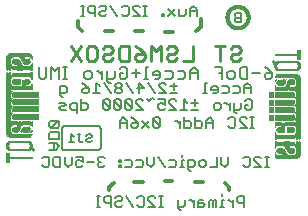
<source format=gbr>
G04 EAGLE Gerber RS-274X export*
G75*
%MOMM*%
%FSLAX34Y34*%
%LPD*%
%INSilkscreen Bottom*%
%IPPOS*%
%AMOC8*
5,1,8,0,0,1.08239X$1,22.5*%
G01*
%ADD10C,0.228600*%
%ADD11C,0.127000*%
%ADD12C,0.304800*%
%ADD13C,0.177800*%
%ADD14C,0.203200*%
%ADD15R,0.022863X0.462278*%
%ADD16R,0.022863X0.462281*%
%ADD17R,0.022863X0.436881*%
%ADD18R,0.023113X0.462278*%
%ADD19R,0.023113X0.462281*%
%ADD20R,0.023113X0.436881*%
%ADD21R,0.023116X0.462278*%
%ADD22R,0.023116X0.462281*%
%ADD23R,0.023116X0.436881*%
%ADD24R,0.023113X0.022863*%
%ADD25R,0.023116X0.091441*%
%ADD26R,0.023113X0.139700*%
%ADD27R,0.023116X0.185419*%
%ADD28R,0.023113X0.254000*%
%ADD29R,0.023113X0.299719*%
%ADD30R,0.023116X0.345438*%
%ADD31R,0.023113X0.391159*%
%ADD32R,0.023116X0.393700*%
%ADD33R,0.022863X0.325119*%
%ADD34R,0.022863X0.599438*%
%ADD35R,0.022863X0.622300*%
%ADD36R,0.022863X0.530859*%
%ADD37R,0.022863X0.439422*%
%ADD38R,0.022863X0.231138*%
%ADD39R,0.022863X0.071119*%
%ADD40R,0.022863X0.533400*%
%ADD41R,0.022863X0.208281*%
%ADD42R,0.023113X0.345441*%
%ADD43R,0.023113X0.576578*%
%ADD44R,0.023113X0.599438*%
%ADD45R,0.023113X0.508000*%
%ADD46R,0.023113X0.416563*%
%ADD47R,0.023113X0.208278*%
%ADD48R,0.023113X0.553722*%
%ADD49R,0.023113X0.208281*%
%ADD50R,0.023116X0.345441*%
%ADD51R,0.023116X0.530859*%
%ADD52R,0.023116X0.370841*%
%ADD53R,0.023116X0.162559*%
%ADD54R,0.023116X0.576581*%
%ADD55R,0.023116X0.208281*%
%ADD56R,0.023113X0.322578*%
%ADD57R,0.023113X0.485137*%
%ADD58R,0.023113X0.416559*%
%ADD59R,0.023113X0.347981*%
%ADD60R,0.023113X0.116838*%
%ADD61R,0.023113X0.647700*%
%ADD62R,0.023116X0.322581*%
%ADD63R,0.023116X0.485137*%
%ADD64R,0.023116X0.093978*%
%ADD65R,0.023116X0.231141*%
%ADD66R,0.023116X0.693419*%
%ADD67R,0.023113X0.322581*%
%ADD68R,0.023113X0.439419*%
%ADD69R,0.023113X0.370841*%
%ADD70R,0.023113X0.299722*%
%ADD71R,0.023113X0.045719*%
%ADD72R,0.023113X0.739138*%
%ADD73R,0.023113X0.414019*%
%ADD74R,0.023113X0.347978*%
%ADD75R,0.023113X0.762000*%
%ADD76R,0.023116X0.414019*%
%ADD77R,0.023116X0.182881*%
%ADD78R,0.023116X0.347978*%
%ADD79R,0.023116X0.276863*%
%ADD80R,0.023116X0.116841*%
%ADD81R,0.023116X0.276859*%
%ADD82R,0.023116X0.784863*%
%ADD83R,0.023113X0.325119*%
%ADD84R,0.023113X0.276863*%
%ADD85R,0.023113X0.276859*%
%ADD86R,0.023116X0.325119*%
%ADD87R,0.023116X0.391159*%
%ADD88R,0.023116X0.302259*%
%ADD89R,0.023116X0.254000*%
%ADD90R,0.023113X0.302259*%
%ADD91R,0.023113X0.393700*%
%ADD92R,0.023113X0.231141*%
%ADD93R,0.022863X0.302259*%
%ADD94R,0.022863X0.439419*%
%ADD95R,0.022863X0.368300*%
%ADD96R,0.022863X0.391159*%
%ADD97R,0.022863X0.416559*%
%ADD98R,0.022863X0.276863*%
%ADD99R,0.022863X0.205741*%
%ADD100R,0.023113X0.368300*%
%ADD101R,0.023113X0.205741*%
%ADD102R,0.023116X0.368300*%
%ADD103R,0.023116X0.205741*%
%ADD104R,0.023113X0.182881*%
%ADD105R,0.022863X0.276859*%
%ADD106R,0.022863X0.182881*%
%ADD107R,0.023113X0.924559*%
%ADD108R,0.023116X0.924559*%
%ADD109R,0.023113X0.901700*%
%ADD110R,0.023116X0.901700*%
%ADD111R,0.023113X0.878841*%
%ADD112R,0.023116X0.855981*%
%ADD113R,0.023113X0.833119*%
%ADD114R,0.022863X0.787400*%
%ADD115R,0.022863X0.414019*%
%ADD116R,0.022863X0.924559*%
%ADD117R,0.023113X0.739141*%
%ADD118R,0.023116X0.716281*%
%ADD119R,0.023116X0.299722*%
%ADD120R,0.023113X0.670559*%
%ADD121R,0.023116X0.647700*%
%ADD122R,0.023116X0.508000*%
%ADD123R,0.023116X0.299719*%
%ADD124R,0.023113X0.601981*%
%ADD125R,0.023113X0.530859*%
%ADD126R,0.023113X0.231138*%
%ADD127R,0.023113X0.556259*%
%ADD128R,0.023113X0.185419*%
%ADD129R,0.023116X0.533400*%
%ADD130R,0.023116X0.599438*%
%ADD131R,0.023116X0.416563*%
%ADD132R,0.023116X0.116838*%
%ADD133R,0.023113X0.485141*%
%ADD134R,0.023113X0.645159*%
%ADD135R,0.023113X0.716278*%
%ADD136R,0.022863X0.393700*%
%ADD137R,0.022863X0.762000*%
%ADD138R,0.022863X0.624841*%
%ADD139R,0.023113X0.784859*%
%ADD140R,0.023113X0.693422*%
%ADD141R,0.023116X0.830578*%
%ADD142R,0.023116X0.739141*%
%ADD143R,0.023113X0.876300*%
%ADD144R,0.023113X0.807722*%
%ADD145R,0.023116X0.899159*%
%ADD146R,0.023116X0.878841*%
%ADD147R,0.023113X0.922019*%
%ADD148R,0.023113X0.947419*%
%ADD149R,0.023116X0.970278*%
%ADD150R,0.023113X0.970278*%
%ADD151R,0.023116X0.439419*%
%ADD152R,0.022863X0.299722*%
%ADD153R,0.023116X0.416559*%
%ADD154R,0.023116X0.347981*%
%ADD155R,0.023113X0.137159*%
%ADD156R,0.023113X0.093978*%
%ADD157R,0.023113X0.091441*%
%ADD158R,0.023113X0.093981*%
%ADD159R,0.023113X0.114300*%
%ADD160R,0.023116X0.045719*%
%ADD161R,0.023116X0.045722*%
%ADD162R,0.023113X0.071119*%
%ADD163R,0.023113X0.116841*%
%ADD164R,0.023116X0.139700*%
%ADD165R,0.022863X0.322581*%
%ADD166R,0.022863X0.345441*%
%ADD167R,0.022863X0.162559*%
%ADD168R,0.022863X0.576581*%
%ADD169R,0.023113X0.668019*%
%ADD170R,0.023113X0.533400*%
%ADD171R,0.023116X1.455419*%
%ADD172R,0.023116X5.519419*%
%ADD173R,0.023113X1.455419*%
%ADD174R,0.023113X5.519419*%
%ADD175R,0.023116X5.494019*%
%ADD176R,0.023113X1.430019*%
%ADD177R,0.023113X5.494019*%
%ADD178R,0.023116X1.430019*%
%ADD179R,0.023116X5.471159*%
%ADD180R,0.023116X0.762000*%
%ADD181R,0.023113X1.407159*%
%ADD182R,0.023113X5.471159*%
%ADD183R,0.022863X1.384300*%
%ADD184R,0.022863X5.448300*%
%ADD185R,0.022863X0.716278*%
%ADD186R,0.022863X0.878841*%
%ADD187R,0.023113X1.361438*%
%ADD188R,0.023113X5.425438*%
%ADD189R,0.023116X1.338578*%
%ADD190R,0.023116X5.402578*%
%ADD191R,0.023116X0.624841*%
%ADD192R,0.023113X1.292859*%
%ADD193R,0.023113X5.356859*%
%ADD194R,0.023116X1.224278*%
%ADD195R,0.023116X5.288278*%
%ADD196C,0.152400*%


D10*
X192160Y137508D02*
X194236Y139584D01*
X198389Y139584D01*
X200465Y137508D01*
X200465Y135431D01*
X198389Y133355D01*
X194236Y133355D01*
X192160Y131279D01*
X192160Y129203D01*
X194236Y127127D01*
X198389Y127127D01*
X200465Y129203D01*
X182747Y127127D02*
X182747Y139584D01*
X178595Y139584D02*
X186900Y139584D01*
X159770Y139584D02*
X159770Y127127D01*
X151465Y127127D01*
X139976Y139584D02*
X137900Y137508D01*
X139976Y139584D02*
X144128Y139584D01*
X146205Y137508D01*
X146205Y135431D01*
X144128Y133355D01*
X139976Y133355D01*
X137900Y131279D01*
X137900Y129203D01*
X139976Y127127D01*
X144128Y127127D01*
X146205Y129203D01*
X132640Y127127D02*
X132640Y139584D01*
X128487Y135431D01*
X124335Y139584D01*
X124335Y127127D01*
X114922Y137508D02*
X110770Y139584D01*
X114922Y137508D02*
X119075Y133355D01*
X119075Y129203D01*
X116998Y127127D01*
X112846Y127127D01*
X110770Y129203D01*
X110770Y131279D01*
X112846Y133355D01*
X119075Y133355D01*
X105509Y139584D02*
X105509Y127127D01*
X99281Y127127D01*
X97205Y129203D01*
X97205Y137508D01*
X99281Y139584D01*
X105509Y139584D01*
X85716Y139584D02*
X83640Y137508D01*
X85716Y139584D02*
X89868Y139584D01*
X91944Y137508D01*
X91944Y135431D01*
X89868Y133355D01*
X85716Y133355D01*
X83640Y131279D01*
X83640Y129203D01*
X85716Y127127D01*
X89868Y127127D01*
X91944Y129203D01*
X76303Y139584D02*
X72151Y139584D01*
X76303Y139584D02*
X78379Y137508D01*
X78379Y129203D01*
X76303Y127127D01*
X72151Y127127D01*
X70075Y129203D01*
X70075Y137508D01*
X72151Y139584D01*
X64814Y139584D02*
X56510Y127127D01*
X64814Y127127D02*
X56510Y139584D01*
D11*
X220976Y37211D02*
X223942Y37211D01*
X222459Y37211D02*
X222459Y46109D01*
X223942Y46109D02*
X220976Y46109D01*
X217705Y37211D02*
X211773Y37211D01*
X217705Y37211D02*
X211773Y43143D01*
X211773Y44626D01*
X213256Y46109D01*
X216222Y46109D01*
X217705Y44626D01*
X203901Y46109D02*
X202418Y44626D01*
X203901Y46109D02*
X206867Y46109D01*
X208350Y44626D01*
X208350Y38694D01*
X206867Y37211D01*
X203901Y37211D01*
X202418Y38694D01*
X189640Y40177D02*
X189640Y46109D01*
X189640Y40177D02*
X186674Y37211D01*
X183708Y40177D01*
X183708Y46109D01*
X180284Y46109D02*
X180284Y37211D01*
X174353Y37211D01*
X169446Y37211D02*
X166480Y37211D01*
X164998Y38694D01*
X164998Y41660D01*
X166480Y43143D01*
X169446Y43143D01*
X170929Y41660D01*
X170929Y38694D01*
X169446Y37211D01*
X158608Y34245D02*
X157125Y34245D01*
X155642Y35728D01*
X155642Y43143D01*
X160091Y43143D01*
X161574Y41660D01*
X161574Y38694D01*
X160091Y37211D01*
X155642Y37211D01*
X152219Y43143D02*
X150736Y43143D01*
X150736Y37211D01*
X152219Y37211D02*
X149253Y37211D01*
X150736Y46109D02*
X150736Y47592D01*
X144499Y43143D02*
X140050Y43143D01*
X144499Y43143D02*
X145982Y41660D01*
X145982Y38694D01*
X144499Y37211D01*
X140050Y37211D01*
X136627Y37211D02*
X130695Y46109D01*
X127272Y46109D02*
X127272Y40177D01*
X124306Y37211D01*
X121340Y40177D01*
X121340Y46109D01*
X116434Y43143D02*
X111985Y43143D01*
X116434Y43143D02*
X117917Y41660D01*
X117917Y38694D01*
X116434Y37211D01*
X111985Y37211D01*
X107078Y43143D02*
X102630Y43143D01*
X107078Y43143D02*
X108561Y41660D01*
X108561Y38694D01*
X107078Y37211D01*
X102630Y37211D01*
X99206Y43143D02*
X97723Y43143D01*
X97723Y41660D01*
X99206Y41660D01*
X99206Y43143D01*
X99206Y38694D02*
X97723Y38694D01*
X97723Y37211D01*
X99206Y37211D01*
X99206Y38694D01*
X85173Y44626D02*
X83690Y46109D01*
X80725Y46109D01*
X79242Y44626D01*
X79242Y43143D01*
X80725Y41660D01*
X82208Y41660D01*
X80725Y41660D02*
X79242Y40177D01*
X79242Y38694D01*
X80725Y37211D01*
X83690Y37211D01*
X85173Y38694D01*
X75818Y41660D02*
X69886Y41660D01*
X66463Y46109D02*
X60531Y46109D01*
X66463Y46109D02*
X66463Y41660D01*
X63497Y43143D01*
X62014Y43143D01*
X60531Y41660D01*
X60531Y38694D01*
X62014Y37211D01*
X64980Y37211D01*
X66463Y38694D01*
X57108Y40177D02*
X57108Y46109D01*
X57108Y40177D02*
X54142Y37211D01*
X51176Y40177D01*
X51176Y46109D01*
X47753Y46109D02*
X47753Y37211D01*
X43304Y37211D01*
X41821Y38694D01*
X41821Y44626D01*
X43304Y46109D01*
X47753Y46109D01*
X33949Y46109D02*
X32466Y44626D01*
X33949Y46109D02*
X36915Y46109D01*
X38397Y44626D01*
X38397Y38694D01*
X36915Y37211D01*
X33949Y37211D01*
X32466Y38694D01*
X37846Y52007D02*
X43778Y52007D01*
X46744Y54973D01*
X43778Y57939D01*
X37846Y57939D01*
X42295Y57939D02*
X42295Y52007D01*
X46744Y61362D02*
X37846Y61362D01*
X37846Y65811D01*
X39329Y67294D01*
X45261Y67294D01*
X46744Y65811D01*
X46744Y61362D01*
X45261Y70718D02*
X39329Y70718D01*
X45261Y70718D02*
X46744Y72201D01*
X46744Y75166D01*
X45261Y76649D01*
X39329Y76649D01*
X37846Y75166D01*
X37846Y72201D01*
X39329Y70718D01*
X45261Y76649D01*
X202992Y12708D02*
X202992Y3810D01*
X202992Y12708D02*
X198543Y12708D01*
X197060Y11225D01*
X197060Y8259D01*
X198543Y6776D01*
X202992Y6776D01*
X193637Y3810D02*
X193637Y9742D01*
X193637Y6776D02*
X190671Y9742D01*
X189188Y9742D01*
X185841Y9742D02*
X184358Y9742D01*
X184358Y3810D01*
X185841Y3810D02*
X182875Y3810D01*
X184358Y12708D02*
X184358Y14191D01*
X179604Y9742D02*
X179604Y3810D01*
X179604Y9742D02*
X178121Y9742D01*
X176638Y8259D01*
X176638Y3810D01*
X176638Y8259D02*
X175155Y9742D01*
X173673Y8259D01*
X173673Y3810D01*
X168766Y9742D02*
X165800Y9742D01*
X164317Y8259D01*
X164317Y3810D01*
X168766Y3810D01*
X170249Y5293D01*
X168766Y6776D01*
X164317Y6776D01*
X160894Y3810D02*
X160894Y9742D01*
X160894Y6776D02*
X157928Y9742D01*
X156445Y9742D01*
X153098Y9742D02*
X153098Y5293D01*
X151615Y3810D01*
X147166Y3810D01*
X147166Y2327D02*
X147166Y9742D01*
X147166Y2327D02*
X148649Y844D01*
X150132Y844D01*
X134388Y3810D02*
X131422Y3810D01*
X132905Y3810D02*
X132905Y12708D01*
X134388Y12708D02*
X131422Y12708D01*
X128151Y3810D02*
X122219Y3810D01*
X128151Y3810D02*
X122219Y9742D01*
X122219Y11225D01*
X123702Y12708D01*
X126668Y12708D01*
X128151Y11225D01*
X114347Y12708D02*
X112864Y11225D01*
X114347Y12708D02*
X117313Y12708D01*
X118796Y11225D01*
X118796Y5293D01*
X117313Y3810D01*
X114347Y3810D01*
X112864Y5293D01*
X109440Y3810D02*
X103509Y12708D01*
X95636Y12708D02*
X94153Y11225D01*
X95636Y12708D02*
X98602Y12708D01*
X100085Y11225D01*
X100085Y9742D01*
X98602Y8259D01*
X95636Y8259D01*
X94153Y6776D01*
X94153Y5293D01*
X95636Y3810D01*
X98602Y3810D01*
X100085Y5293D01*
X90730Y3810D02*
X90730Y12708D01*
X86281Y12708D01*
X84798Y11225D01*
X84798Y8259D01*
X86281Y6776D01*
X90730Y6776D01*
X81375Y3810D02*
X78409Y3810D01*
X79892Y3810D02*
X79892Y12708D01*
X81375Y12708D02*
X78409Y12708D01*
D12*
X85852Y152146D02*
X92202Y152146D01*
X110998Y152146D02*
X117348Y152146D01*
X136398Y152019D02*
X142748Y152019D01*
D13*
X220532Y121674D02*
X223752Y120064D01*
X226972Y116844D01*
X226972Y113624D01*
X225362Y112014D01*
X222142Y112014D01*
X220532Y113624D01*
X220532Y115234D01*
X222142Y116844D01*
X226972Y116844D01*
X216447Y116844D02*
X210007Y116844D01*
X205923Y121674D02*
X205923Y112014D01*
X201092Y112014D01*
X199482Y113624D01*
X199482Y120064D01*
X201092Y121674D01*
X205923Y121674D01*
X193788Y112014D02*
X190568Y112014D01*
X188958Y113624D01*
X188958Y116844D01*
X190568Y118454D01*
X193788Y118454D01*
X195398Y116844D01*
X195398Y113624D01*
X193788Y112014D01*
X184873Y112014D02*
X184873Y121674D01*
X178433Y121674D01*
X181653Y116844D02*
X184873Y116844D01*
X163824Y118454D02*
X163824Y112014D01*
X163824Y118454D02*
X160604Y121674D01*
X157384Y118454D01*
X157384Y112014D01*
X157384Y116844D02*
X163824Y116844D01*
X151690Y118454D02*
X146859Y118454D01*
X151690Y118454D02*
X153300Y116844D01*
X153300Y113624D01*
X151690Y112014D01*
X146859Y112014D01*
X141165Y118454D02*
X136335Y118454D01*
X141165Y118454D02*
X142775Y116844D01*
X142775Y113624D01*
X141165Y112014D01*
X136335Y112014D01*
X130640Y112014D02*
X127420Y112014D01*
X130640Y112014D02*
X132250Y113624D01*
X132250Y116844D01*
X130640Y118454D01*
X127420Y118454D01*
X125810Y116844D01*
X125810Y115234D01*
X132250Y115234D01*
X121726Y121674D02*
X120116Y121674D01*
X120116Y112014D01*
X121726Y112014D02*
X118506Y112014D01*
X114709Y116844D02*
X108269Y116844D01*
X111489Y120064D02*
X111489Y113624D01*
X99355Y121674D02*
X97745Y120064D01*
X99355Y121674D02*
X102575Y121674D01*
X104185Y120064D01*
X104185Y113624D01*
X102575Y112014D01*
X99355Y112014D01*
X97745Y113624D01*
X97745Y116844D01*
X100965Y116844D01*
X93660Y118454D02*
X93660Y113624D01*
X92050Y112014D01*
X87220Y112014D01*
X87220Y110404D02*
X87220Y118454D01*
X87220Y110404D02*
X88830Y108794D01*
X90440Y108794D01*
X83136Y112014D02*
X83136Y118454D01*
X83136Y115234D02*
X79916Y118454D01*
X78305Y118454D01*
X72755Y112014D02*
X69535Y112014D01*
X67925Y113624D01*
X67925Y116844D01*
X69535Y118454D01*
X72755Y118454D01*
X74365Y116844D01*
X74365Y113624D01*
X72755Y112014D01*
X53316Y112014D02*
X50096Y112014D01*
X51706Y112014D02*
X51706Y121674D01*
X53316Y121674D02*
X50096Y121674D01*
X46300Y121674D02*
X46300Y112014D01*
X43080Y118454D02*
X46300Y121674D01*
X43080Y118454D02*
X39859Y121674D01*
X39859Y112014D01*
X35775Y113624D02*
X35775Y121674D01*
X35775Y113624D02*
X34165Y112014D01*
X30945Y112014D01*
X29335Y113624D01*
X29335Y121674D01*
D12*
X161671Y24638D02*
X168021Y24638D01*
X142367Y25146D02*
X136017Y25146D01*
X117348Y24638D02*
X110363Y24638D01*
X186690Y24130D02*
X190500Y20320D01*
X190500Y17780D01*
X92710Y24130D02*
X88900Y20320D01*
X88900Y17780D01*
D11*
X163069Y165100D02*
X163069Y171032D01*
X160103Y173998D01*
X157137Y171032D01*
X157137Y165100D01*
X157137Y169549D02*
X163069Y169549D01*
X153714Y171032D02*
X153714Y166583D01*
X152231Y165100D01*
X147782Y165100D01*
X147782Y171032D01*
X144359Y171032D02*
X138427Y165100D01*
X144359Y165100D02*
X138427Y171032D01*
X135003Y166583D02*
X135003Y165100D01*
X135003Y166583D02*
X133521Y166583D01*
X133521Y165100D01*
X135003Y165100D01*
X120971Y165100D02*
X118005Y165100D01*
X119488Y165100D02*
X119488Y173998D01*
X120971Y173998D02*
X118005Y173998D01*
X114734Y165100D02*
X108802Y165100D01*
X114734Y165100D02*
X108802Y171032D01*
X108802Y172515D01*
X110285Y173998D01*
X113251Y173998D01*
X114734Y172515D01*
X100930Y173998D02*
X99447Y172515D01*
X100930Y173998D02*
X103896Y173998D01*
X105379Y172515D01*
X105379Y166583D01*
X103896Y165100D01*
X100930Y165100D01*
X99447Y166583D01*
X96023Y165100D02*
X90092Y173998D01*
X82220Y173998D02*
X80737Y172515D01*
X82220Y173998D02*
X85185Y173998D01*
X86668Y172515D01*
X86668Y171032D01*
X85185Y169549D01*
X82220Y169549D01*
X80737Y168066D01*
X80737Y166583D01*
X82220Y165100D01*
X85185Y165100D01*
X86668Y166583D01*
X77313Y165100D02*
X77313Y173998D01*
X72864Y173998D01*
X71381Y172515D01*
X71381Y169549D01*
X72864Y168066D01*
X77313Y168066D01*
X67958Y165100D02*
X64992Y165100D01*
X66475Y165100D02*
X66475Y173998D01*
X67958Y173998D02*
X64992Y173998D01*
D12*
X62230Y156210D02*
X66040Y152400D01*
X62230Y156210D02*
X62230Y161290D01*
X162560Y152400D02*
X166370Y156210D01*
X166370Y162560D01*
D11*
X209003Y105627D02*
X209003Y99695D01*
X209003Y105627D02*
X206037Y108593D01*
X203071Y105627D01*
X203071Y99695D01*
X203071Y104144D02*
X209003Y104144D01*
X198164Y105627D02*
X193716Y105627D01*
X198164Y105627D02*
X199647Y104144D01*
X199647Y101178D01*
X198164Y99695D01*
X193716Y99695D01*
X188809Y105627D02*
X184360Y105627D01*
X188809Y105627D02*
X190292Y104144D01*
X190292Y101178D01*
X188809Y99695D01*
X184360Y99695D01*
X179454Y99695D02*
X176488Y99695D01*
X179454Y99695D02*
X180937Y101178D01*
X180937Y104144D01*
X179454Y105627D01*
X176488Y105627D01*
X175005Y104144D01*
X175005Y102661D01*
X180937Y102661D01*
X171582Y108593D02*
X170099Y108593D01*
X170099Y99695D01*
X171582Y99695D02*
X168616Y99695D01*
X146635Y99695D02*
X140703Y99695D01*
X140703Y105627D02*
X146635Y105627D01*
X143669Y108593D02*
X143669Y102661D01*
X137279Y99695D02*
X131348Y99695D01*
X137279Y99695D02*
X131348Y105627D01*
X131348Y107110D01*
X132831Y108593D01*
X135797Y108593D01*
X137279Y107110D01*
X127924Y99695D02*
X121993Y108593D01*
X114120Y108593D02*
X114120Y99695D01*
X118569Y104144D02*
X114120Y108593D01*
X112637Y104144D02*
X118569Y104144D01*
X109214Y99695D02*
X103282Y108593D01*
X99859Y107110D02*
X98376Y108593D01*
X95410Y108593D01*
X93927Y107110D01*
X93927Y105627D01*
X95410Y104144D01*
X93927Y102661D01*
X93927Y101178D01*
X95410Y99695D01*
X98376Y99695D01*
X99859Y101178D01*
X99859Y102661D01*
X98376Y104144D01*
X99859Y105627D01*
X99859Y107110D01*
X98376Y104144D02*
X95410Y104144D01*
X90504Y99695D02*
X84572Y108593D01*
X81148Y105627D02*
X78183Y108593D01*
X78183Y99695D01*
X81148Y99695D02*
X75217Y99695D01*
X68827Y107110D02*
X65861Y108593D01*
X68827Y107110D02*
X71793Y104144D01*
X71793Y101178D01*
X70310Y99695D01*
X67344Y99695D01*
X65861Y101178D01*
X65861Y102661D01*
X67344Y104144D01*
X71793Y104144D01*
X50117Y96729D02*
X48634Y96729D01*
X47151Y98212D01*
X47151Y105627D01*
X51600Y105627D01*
X53083Y104144D01*
X53083Y101178D01*
X51600Y99695D01*
X47151Y99695D01*
X203850Y93140D02*
X205333Y94623D01*
X208299Y94623D01*
X209782Y93140D01*
X209782Y87208D01*
X208299Y85725D01*
X205333Y85725D01*
X203850Y87208D01*
X203850Y90174D01*
X206816Y90174D01*
X200427Y91657D02*
X200427Y87208D01*
X198944Y85725D01*
X194495Y85725D01*
X194495Y84242D02*
X194495Y91657D01*
X194495Y84242D02*
X195978Y82759D01*
X197461Y82759D01*
X191072Y85725D02*
X191072Y91657D01*
X191072Y88691D02*
X188106Y91657D01*
X186623Y91657D01*
X181793Y85725D02*
X178827Y85725D01*
X177344Y87208D01*
X177344Y90174D01*
X178827Y91657D01*
X181793Y91657D01*
X183276Y90174D01*
X183276Y87208D01*
X181793Y85725D01*
X164565Y85725D02*
X158634Y85725D01*
X158634Y91657D02*
X164565Y91657D01*
X161600Y94623D02*
X161600Y88691D01*
X155210Y91657D02*
X152244Y94623D01*
X152244Y85725D01*
X149279Y85725D02*
X155210Y85725D01*
X145855Y85725D02*
X139923Y85725D01*
X145855Y85725D02*
X139923Y91657D01*
X139923Y93140D01*
X141406Y94623D01*
X144372Y94623D01*
X145855Y93140D01*
X136500Y94623D02*
X130568Y94623D01*
X136500Y94623D02*
X136500Y90174D01*
X133534Y91657D01*
X132051Y91657D01*
X130568Y90174D01*
X130568Y87208D01*
X132051Y85725D01*
X135017Y85725D01*
X136500Y87208D01*
X127145Y94623D02*
X125662Y96106D01*
X122696Y93140D01*
X121213Y94623D01*
X117790Y85725D02*
X111858Y85725D01*
X117790Y85725D02*
X111858Y91657D01*
X111858Y93140D01*
X113341Y94623D01*
X116307Y94623D01*
X117790Y93140D01*
X108434Y93140D02*
X108434Y87208D01*
X108434Y93140D02*
X106951Y94623D01*
X103986Y94623D01*
X102503Y93140D01*
X102503Y87208D01*
X103986Y85725D01*
X106951Y85725D01*
X108434Y87208D01*
X102503Y93140D01*
X99079Y93140D02*
X99079Y87208D01*
X99079Y93140D02*
X97596Y94623D01*
X94630Y94623D01*
X93147Y93140D01*
X93147Y87208D01*
X94630Y85725D01*
X97596Y85725D01*
X99079Y87208D01*
X93147Y93140D01*
X89724Y93140D02*
X89724Y87208D01*
X89724Y93140D02*
X88241Y94623D01*
X85275Y94623D01*
X83792Y93140D01*
X83792Y87208D01*
X85275Y85725D01*
X88241Y85725D01*
X89724Y87208D01*
X83792Y93140D01*
X65082Y94623D02*
X65082Y85725D01*
X69531Y85725D01*
X71014Y87208D01*
X71014Y90174D01*
X69531Y91657D01*
X65082Y91657D01*
X61658Y91657D02*
X61658Y82759D01*
X61658Y91657D02*
X57210Y91657D01*
X55727Y90174D01*
X55727Y87208D01*
X57210Y85725D01*
X61658Y85725D01*
X52303Y85725D02*
X47854Y85725D01*
X46371Y87208D01*
X47854Y88691D01*
X50820Y88691D01*
X52303Y90174D01*
X50820Y91657D01*
X46371Y91657D01*
X208539Y70485D02*
X211505Y70485D01*
X210022Y70485D02*
X210022Y79383D01*
X211505Y79383D02*
X208539Y79383D01*
X205268Y70485D02*
X199336Y70485D01*
X205268Y70485D02*
X199336Y76417D01*
X199336Y77900D01*
X200819Y79383D01*
X203785Y79383D01*
X205268Y77900D01*
X191464Y79383D02*
X189981Y77900D01*
X191464Y79383D02*
X194430Y79383D01*
X195913Y77900D01*
X195913Y71968D01*
X194430Y70485D01*
X191464Y70485D01*
X189981Y71968D01*
X177203Y70485D02*
X177203Y76417D01*
X174237Y79383D01*
X171271Y76417D01*
X171271Y70485D01*
X171271Y74934D02*
X177203Y74934D01*
X161916Y79383D02*
X161916Y70485D01*
X166365Y70485D01*
X167847Y71968D01*
X167847Y74934D01*
X166365Y76417D01*
X161916Y76417D01*
X152561Y79383D02*
X152561Y70485D01*
X157009Y70485D01*
X158492Y71968D01*
X158492Y74934D01*
X157009Y76417D01*
X152561Y76417D01*
X149137Y76417D02*
X149137Y70485D01*
X149137Y73451D02*
X146171Y76417D01*
X144688Y76417D01*
X131986Y77900D02*
X131986Y71968D01*
X131986Y77900D02*
X130503Y79383D01*
X127537Y79383D01*
X126054Y77900D01*
X126054Y71968D01*
X127537Y70485D01*
X130503Y70485D01*
X131986Y71968D01*
X126054Y77900D01*
X122631Y76417D02*
X116699Y70485D01*
X122631Y70485D02*
X116699Y76417D01*
X110310Y77900D02*
X107344Y79383D01*
X110310Y77900D02*
X113276Y74934D01*
X113276Y71968D01*
X111793Y70485D01*
X108827Y70485D01*
X107344Y71968D01*
X107344Y73451D01*
X108827Y74934D01*
X113276Y74934D01*
X103920Y76417D02*
X103920Y70485D01*
X103920Y76417D02*
X100955Y79383D01*
X97989Y76417D01*
X97989Y70485D01*
X97989Y74934D02*
X103920Y74934D01*
D12*
X189140Y163830D02*
X189143Y164050D01*
X189151Y164271D01*
X189164Y164491D01*
X189183Y164710D01*
X189208Y164929D01*
X189237Y165148D01*
X189272Y165365D01*
X189313Y165582D01*
X189358Y165798D01*
X189409Y166012D01*
X189465Y166225D01*
X189527Y166437D01*
X189593Y166647D01*
X189665Y166855D01*
X189742Y167062D01*
X189824Y167266D01*
X189910Y167469D01*
X190002Y167669D01*
X190099Y167868D01*
X190200Y168063D01*
X190307Y168256D01*
X190418Y168447D01*
X190533Y168634D01*
X190653Y168819D01*
X190778Y169001D01*
X190907Y169179D01*
X191041Y169355D01*
X191178Y169527D01*
X191320Y169695D01*
X191466Y169861D01*
X191616Y170022D01*
X191770Y170180D01*
X191928Y170334D01*
X192089Y170484D01*
X192255Y170630D01*
X192423Y170772D01*
X192595Y170909D01*
X192771Y171043D01*
X192949Y171172D01*
X193131Y171297D01*
X193316Y171417D01*
X193503Y171532D01*
X193694Y171643D01*
X193887Y171750D01*
X194082Y171851D01*
X194281Y171948D01*
X194481Y172040D01*
X194684Y172126D01*
X194888Y172208D01*
X195095Y172285D01*
X195303Y172357D01*
X195513Y172423D01*
X195725Y172485D01*
X195938Y172541D01*
X196152Y172592D01*
X196368Y172637D01*
X196585Y172678D01*
X196802Y172713D01*
X197021Y172742D01*
X197240Y172767D01*
X197459Y172786D01*
X197679Y172799D01*
X197900Y172807D01*
X198120Y172810D01*
X198340Y172807D01*
X198561Y172799D01*
X198781Y172786D01*
X199000Y172767D01*
X199219Y172742D01*
X199438Y172713D01*
X199655Y172678D01*
X199872Y172637D01*
X200088Y172592D01*
X200302Y172541D01*
X200515Y172485D01*
X200727Y172423D01*
X200937Y172357D01*
X201145Y172285D01*
X201352Y172208D01*
X201556Y172126D01*
X201759Y172040D01*
X201959Y171948D01*
X202158Y171851D01*
X202353Y171750D01*
X202546Y171643D01*
X202737Y171532D01*
X202924Y171417D01*
X203109Y171297D01*
X203291Y171172D01*
X203469Y171043D01*
X203645Y170909D01*
X203817Y170772D01*
X203985Y170630D01*
X204151Y170484D01*
X204312Y170334D01*
X204470Y170180D01*
X204624Y170022D01*
X204774Y169861D01*
X204920Y169695D01*
X205062Y169527D01*
X205199Y169355D01*
X205333Y169179D01*
X205462Y169001D01*
X205587Y168819D01*
X205707Y168634D01*
X205822Y168447D01*
X205933Y168256D01*
X206040Y168063D01*
X206141Y167868D01*
X206238Y167669D01*
X206330Y167469D01*
X206416Y167266D01*
X206498Y167062D01*
X206575Y166855D01*
X206647Y166647D01*
X206713Y166437D01*
X206775Y166225D01*
X206831Y166012D01*
X206882Y165798D01*
X206927Y165582D01*
X206968Y165365D01*
X207003Y165148D01*
X207032Y164929D01*
X207057Y164710D01*
X207076Y164491D01*
X207089Y164271D01*
X207097Y164050D01*
X207100Y163830D01*
X207097Y163610D01*
X207089Y163389D01*
X207076Y163169D01*
X207057Y162950D01*
X207032Y162731D01*
X207003Y162512D01*
X206968Y162295D01*
X206927Y162078D01*
X206882Y161862D01*
X206831Y161648D01*
X206775Y161435D01*
X206713Y161223D01*
X206647Y161013D01*
X206575Y160805D01*
X206498Y160598D01*
X206416Y160394D01*
X206330Y160191D01*
X206238Y159991D01*
X206141Y159792D01*
X206040Y159597D01*
X205933Y159404D01*
X205822Y159213D01*
X205707Y159026D01*
X205587Y158841D01*
X205462Y158659D01*
X205333Y158481D01*
X205199Y158305D01*
X205062Y158133D01*
X204920Y157965D01*
X204774Y157799D01*
X204624Y157638D01*
X204470Y157480D01*
X204312Y157326D01*
X204151Y157176D01*
X203985Y157030D01*
X203817Y156888D01*
X203645Y156751D01*
X203469Y156617D01*
X203291Y156488D01*
X203109Y156363D01*
X202924Y156243D01*
X202737Y156128D01*
X202546Y156017D01*
X202353Y155910D01*
X202158Y155809D01*
X201959Y155712D01*
X201759Y155620D01*
X201556Y155534D01*
X201352Y155452D01*
X201145Y155375D01*
X200937Y155303D01*
X200727Y155237D01*
X200515Y155175D01*
X200302Y155119D01*
X200088Y155068D01*
X199872Y155023D01*
X199655Y154982D01*
X199438Y154947D01*
X199219Y154918D01*
X199000Y154893D01*
X198781Y154874D01*
X198561Y154861D01*
X198340Y154853D01*
X198120Y154850D01*
X197900Y154853D01*
X197679Y154861D01*
X197459Y154874D01*
X197240Y154893D01*
X197021Y154918D01*
X196802Y154947D01*
X196585Y154982D01*
X196368Y155023D01*
X196152Y155068D01*
X195938Y155119D01*
X195725Y155175D01*
X195513Y155237D01*
X195303Y155303D01*
X195095Y155375D01*
X194888Y155452D01*
X194684Y155534D01*
X194481Y155620D01*
X194281Y155712D01*
X194082Y155809D01*
X193887Y155910D01*
X193694Y156017D01*
X193503Y156128D01*
X193316Y156243D01*
X193131Y156363D01*
X192949Y156488D01*
X192771Y156617D01*
X192595Y156751D01*
X192423Y156888D01*
X192255Y157030D01*
X192089Y157176D01*
X191928Y157326D01*
X191770Y157480D01*
X191616Y157638D01*
X191466Y157799D01*
X191320Y157965D01*
X191178Y158133D01*
X191041Y158305D01*
X190907Y158481D01*
X190778Y158659D01*
X190653Y158841D01*
X190533Y159026D01*
X190418Y159213D01*
X190307Y159404D01*
X190200Y159597D01*
X190099Y159792D01*
X190002Y159991D01*
X189910Y160191D01*
X189824Y160394D01*
X189742Y160598D01*
X189665Y160805D01*
X189593Y161013D01*
X189527Y161223D01*
X189465Y161435D01*
X189409Y161648D01*
X189358Y161862D01*
X189313Y162078D01*
X189272Y162295D01*
X189237Y162512D01*
X189208Y162731D01*
X189183Y162950D01*
X189164Y163169D01*
X189151Y163389D01*
X189143Y163610D01*
X189140Y163830D01*
D14*
X200660Y159766D02*
X200660Y167901D01*
X196593Y167901D01*
X195237Y166545D01*
X195237Y165189D01*
X196593Y163833D01*
X195237Y162478D01*
X195237Y161122D01*
X196593Y159766D01*
X200660Y159766D01*
X200660Y163833D02*
X196593Y163833D01*
D15*
X224790Y79197D03*
D16*
X224790Y85446D03*
X224790Y91669D03*
D17*
X224790Y98019D03*
D18*
X225020Y79197D03*
D19*
X225020Y85446D03*
X225020Y91669D03*
D20*
X225020Y98019D03*
D21*
X225251Y79197D03*
D22*
X225251Y85446D03*
X225251Y91669D03*
D23*
X225251Y98019D03*
D18*
X225482Y79197D03*
D19*
X225482Y85446D03*
X225482Y91669D03*
D20*
X225482Y98019D03*
D21*
X225713Y79197D03*
D22*
X225713Y85446D03*
X225713Y91669D03*
D23*
X225713Y98019D03*
D18*
X225944Y79197D03*
D19*
X225944Y85446D03*
X225944Y91669D03*
D20*
X225944Y98019D03*
D18*
X226176Y79197D03*
D19*
X226176Y85446D03*
X226176Y91669D03*
D20*
X226176Y98019D03*
D21*
X226407Y79197D03*
D22*
X226407Y85446D03*
X226407Y91669D03*
D23*
X226407Y98019D03*
D18*
X226638Y79197D03*
D19*
X226638Y85446D03*
X226638Y91669D03*
D20*
X226638Y98019D03*
D21*
X226869Y79197D03*
D22*
X226869Y85446D03*
X226869Y91669D03*
D23*
X226869Y98019D03*
D18*
X227100Y79197D03*
D19*
X227100Y85446D03*
X227100Y91669D03*
D20*
X227100Y98019D03*
D15*
X227330Y79197D03*
D16*
X227330Y85446D03*
X227330Y91669D03*
D17*
X227330Y98019D03*
D18*
X227560Y79197D03*
D19*
X227560Y85446D03*
X227560Y91669D03*
D20*
X227560Y98019D03*
D24*
X227560Y126429D03*
D21*
X227791Y79197D03*
D22*
X227791Y85446D03*
X227791Y91669D03*
D23*
X227791Y98019D03*
D25*
X227791Y126314D03*
D18*
X228022Y79197D03*
D19*
X228022Y85446D03*
X228022Y91669D03*
D20*
X228022Y98019D03*
D26*
X228022Y126073D03*
D21*
X228253Y79197D03*
D22*
X228253Y85446D03*
X228253Y91669D03*
D23*
X228253Y98019D03*
D27*
X228253Y126073D03*
D18*
X228484Y79197D03*
D19*
X228484Y85446D03*
X228484Y91669D03*
D20*
X228484Y98019D03*
D28*
X228484Y125959D03*
D18*
X228716Y79197D03*
D19*
X228716Y85446D03*
X228716Y91669D03*
D20*
X228716Y98019D03*
D29*
X228716Y125730D03*
D21*
X228947Y79197D03*
D22*
X228947Y85446D03*
X228947Y91669D03*
D23*
X228947Y98019D03*
D30*
X228947Y125730D03*
D31*
X229178Y125501D03*
D32*
X229409Y125032D03*
D18*
X229640Y124003D03*
D33*
X229870Y48031D03*
D34*
X229870Y55880D03*
D35*
X229870Y63614D03*
D36*
X229870Y72631D03*
D15*
X229870Y79197D03*
D16*
X229870Y85446D03*
X229870Y91669D03*
D17*
X229870Y98019D03*
D37*
X229870Y104254D03*
D38*
X229870Y109919D03*
D39*
X229870Y113030D03*
D40*
X229870Y123190D03*
D41*
X229870Y132436D03*
D42*
X230100Y47676D03*
D43*
X230100Y55994D03*
D44*
X230100Y63500D03*
D45*
X230100Y72746D03*
D18*
X230100Y79197D03*
D19*
X230100Y85446D03*
X230100Y91669D03*
D20*
X230100Y98019D03*
D46*
X230100Y104140D03*
D47*
X230100Y110033D03*
D26*
X230100Y113373D03*
D48*
X230100Y122606D03*
D49*
X230100Y132436D03*
D50*
X230331Y47219D03*
D51*
X230331Y56223D03*
X230331Y63157D03*
D21*
X230331Y72974D03*
X230331Y79197D03*
D22*
X230331Y85446D03*
X230331Y91669D03*
D23*
X230331Y98019D03*
D52*
X230331Y103911D03*
D53*
X230331Y110261D03*
D27*
X230331Y113602D03*
D54*
X230331Y122492D03*
D55*
X230331Y132436D03*
D56*
X230562Y46876D03*
D57*
X230562Y56452D03*
D45*
X230562Y63043D03*
D58*
X230562Y73203D03*
D18*
X230562Y79197D03*
D19*
X230562Y85446D03*
X230562Y91669D03*
D20*
X230562Y98019D03*
D59*
X230562Y103797D03*
D60*
X230562Y110490D03*
D47*
X230562Y113716D03*
D61*
X230562Y122619D03*
D49*
X230562Y132436D03*
D62*
X230793Y46647D03*
D21*
X230793Y56566D03*
D63*
X230793Y62929D03*
D32*
X230793Y73317D03*
D21*
X230793Y79197D03*
D22*
X230793Y85446D03*
X230793Y91669D03*
D23*
X230793Y98019D03*
D62*
X230793Y103670D03*
D64*
X230793Y110604D03*
D65*
X230793Y113830D03*
D66*
X230793Y122619D03*
D55*
X230793Y132436D03*
D67*
X231024Y46419D03*
D68*
X231024Y56680D03*
D18*
X231024Y62814D03*
D69*
X231024Y73431D03*
D18*
X231024Y79197D03*
D19*
X231024Y85446D03*
X231024Y91669D03*
D20*
X231024Y98019D03*
D70*
X231024Y103556D03*
D71*
X231024Y110846D03*
D28*
X231024Y113944D03*
D72*
X231024Y122619D03*
D49*
X231024Y132436D03*
D67*
X231256Y46190D03*
D73*
X231256Y56807D03*
D68*
X231256Y62700D03*
D74*
X231256Y73546D03*
D18*
X231256Y79197D03*
D19*
X231256Y85446D03*
X231256Y91669D03*
D20*
X231256Y98019D03*
D70*
X231256Y103556D03*
D28*
X231256Y113944D03*
D75*
X231256Y122504D03*
D49*
X231256Y132436D03*
D62*
X231487Y46190D03*
D65*
X231487Y51270D03*
D76*
X231487Y56807D03*
X231487Y62573D03*
D77*
X231487Y68351D03*
D78*
X231487Y73546D03*
D21*
X231487Y79197D03*
D22*
X231487Y85446D03*
X231487Y91669D03*
D23*
X231487Y98019D03*
D79*
X231487Y103442D03*
D80*
X231487Y108179D03*
D81*
X231487Y114059D03*
D82*
X231487Y122619D03*
D55*
X231487Y132436D03*
D83*
X231718Y45949D03*
D67*
X231718Y51270D03*
D31*
X231718Y56921D03*
D73*
X231718Y62573D03*
D83*
X231718Y68351D03*
X231718Y73660D03*
D18*
X231718Y79197D03*
D19*
X231718Y85446D03*
X231718Y91669D03*
D20*
X231718Y98019D03*
D84*
X231718Y103442D03*
D85*
X231718Y108293D03*
X231718Y114059D03*
D84*
X231718Y120079D03*
D85*
X231718Y125387D03*
D49*
X231718Y132436D03*
D86*
X231949Y45949D03*
D52*
X231949Y51257D03*
D87*
X231949Y56921D03*
D76*
X231949Y62573D03*
D52*
X231949Y68351D03*
D86*
X231949Y73660D03*
D21*
X231949Y79197D03*
D22*
X231949Y85446D03*
X231949Y91669D03*
D23*
X231949Y98019D03*
D79*
X231949Y103442D03*
D50*
X231949Y108407D03*
D88*
X231949Y114186D03*
D89*
X231949Y119736D03*
D65*
X231949Y125616D03*
D55*
X231949Y132436D03*
D83*
X232180Y45949D03*
D58*
X232180Y51257D03*
D31*
X232180Y56921D03*
X232180Y62459D03*
D58*
X232180Y68351D03*
D90*
X232180Y73774D03*
D18*
X232180Y79197D03*
D19*
X232180Y85446D03*
X232180Y91669D03*
D20*
X232180Y98019D03*
D84*
X232180Y103442D03*
D91*
X232180Y108649D03*
D90*
X232180Y114186D03*
D92*
X232180Y119621D03*
D49*
X232180Y125730D03*
X232180Y132436D03*
D93*
X232410Y45834D03*
D94*
X232410Y51143D03*
D95*
X232410Y57036D03*
D96*
X232410Y62459D03*
D97*
X232410Y68351D03*
D93*
X232410Y73774D03*
D15*
X232410Y79197D03*
D16*
X232410Y85446D03*
X232410Y91669D03*
D17*
X232410Y98019D03*
D98*
X232410Y103442D03*
D94*
X232410Y108649D03*
D93*
X232410Y114186D03*
D99*
X232410Y119494D03*
D41*
X232410Y125730D03*
X232410Y132436D03*
D90*
X232640Y45834D03*
D18*
X232640Y51257D03*
D100*
X232640Y57036D03*
D31*
X232640Y62459D03*
D19*
X232640Y68351D03*
D90*
X232640Y73774D03*
D18*
X232640Y79197D03*
D19*
X232640Y85446D03*
X232640Y91669D03*
D20*
X232640Y98019D03*
D84*
X232640Y103442D03*
D18*
X232640Y108763D03*
D90*
X232640Y114186D03*
D101*
X232640Y119494D03*
D49*
X232640Y125959D03*
X232640Y132436D03*
D88*
X232871Y45834D03*
D21*
X232871Y51257D03*
D102*
X232871Y57036D03*
D87*
X232871Y62459D03*
D22*
X232871Y68351D03*
D88*
X232871Y73774D03*
D21*
X232871Y79197D03*
D22*
X232871Y85446D03*
X232871Y91669D03*
D23*
X232871Y98019D03*
D79*
X232871Y103442D03*
D21*
X232871Y108763D03*
D88*
X232871Y114186D03*
D103*
X232871Y119494D03*
D55*
X232871Y125959D03*
X232871Y132436D03*
D90*
X233102Y45834D03*
D18*
X233102Y51257D03*
D100*
X233102Y57036D03*
X233102Y62344D03*
D19*
X233102Y68351D03*
D90*
X233102Y73774D03*
D18*
X233102Y79197D03*
D19*
X233102Y85446D03*
X233102Y91669D03*
D20*
X233102Y98019D03*
D84*
X233102Y103442D03*
D18*
X233102Y108763D03*
D90*
X233102Y114186D03*
D101*
X233102Y119494D03*
D49*
X233102Y125959D03*
X233102Y132436D03*
D88*
X233333Y45834D03*
D21*
X233333Y51257D03*
D102*
X233333Y57036D03*
X233333Y62344D03*
D22*
X233333Y68351D03*
D88*
X233333Y73774D03*
D21*
X233333Y79197D03*
D22*
X233333Y85446D03*
X233333Y91669D03*
D23*
X233333Y98019D03*
D79*
X233333Y103442D03*
D21*
X233333Y108763D03*
D88*
X233333Y114186D03*
D77*
X233333Y119380D03*
D55*
X233333Y125959D03*
X233333Y132436D03*
D90*
X233564Y45834D03*
D18*
X233564Y51257D03*
D100*
X233564Y57036D03*
X233564Y62344D03*
D19*
X233564Y68351D03*
D90*
X233564Y73774D03*
D18*
X233564Y79197D03*
D19*
X233564Y85446D03*
X233564Y91669D03*
D20*
X233564Y98019D03*
D84*
X233564Y103442D03*
D18*
X233564Y108763D03*
D90*
X233564Y114186D03*
D104*
X233564Y119380D03*
D49*
X233564Y125959D03*
X233564Y132436D03*
D90*
X233796Y45834D03*
D18*
X233796Y51257D03*
D100*
X233796Y57036D03*
X233796Y62344D03*
D19*
X233796Y68351D03*
D85*
X233796Y73901D03*
D18*
X233796Y79197D03*
D19*
X233796Y85446D03*
X233796Y91669D03*
D20*
X233796Y98019D03*
D84*
X233796Y103442D03*
D18*
X233796Y108763D03*
D90*
X233796Y114186D03*
D104*
X233796Y119380D03*
D49*
X233796Y125959D03*
X233796Y132436D03*
D88*
X234027Y45834D03*
D21*
X234027Y51257D03*
D102*
X234027Y57036D03*
X234027Y62344D03*
D22*
X234027Y68351D03*
D81*
X234027Y73901D03*
D21*
X234027Y79197D03*
D22*
X234027Y85446D03*
X234027Y91669D03*
D23*
X234027Y98019D03*
D79*
X234027Y103442D03*
D21*
X234027Y108763D03*
D88*
X234027Y114186D03*
D77*
X234027Y119380D03*
D55*
X234027Y125959D03*
X234027Y132436D03*
D90*
X234258Y45834D03*
D18*
X234258Y51257D03*
D100*
X234258Y57036D03*
X234258Y62344D03*
D19*
X234258Y68351D03*
D85*
X234258Y73901D03*
D18*
X234258Y79197D03*
D19*
X234258Y85446D03*
X234258Y91669D03*
D20*
X234258Y98019D03*
D84*
X234258Y103442D03*
D18*
X234258Y108763D03*
D90*
X234258Y114186D03*
D104*
X234258Y119380D03*
D49*
X234258Y125959D03*
X234258Y132436D03*
D88*
X234489Y45834D03*
D21*
X234489Y51257D03*
D102*
X234489Y57036D03*
X234489Y62344D03*
D22*
X234489Y68351D03*
D81*
X234489Y73901D03*
D21*
X234489Y79197D03*
D22*
X234489Y85446D03*
X234489Y91669D03*
D23*
X234489Y98019D03*
D79*
X234489Y103442D03*
D21*
X234489Y108763D03*
D88*
X234489Y114186D03*
D77*
X234489Y119380D03*
D55*
X234489Y125959D03*
X234489Y132436D03*
D90*
X234720Y45834D03*
D18*
X234720Y51257D03*
D100*
X234720Y57036D03*
X234720Y62344D03*
D19*
X234720Y68351D03*
D85*
X234720Y73901D03*
D18*
X234720Y79197D03*
D19*
X234720Y85446D03*
X234720Y91669D03*
D20*
X234720Y98019D03*
D84*
X234720Y103442D03*
D18*
X234720Y108763D03*
D90*
X234720Y114186D03*
D104*
X234720Y119380D03*
D49*
X234720Y125959D03*
X234720Y132436D03*
D93*
X234950Y45834D03*
D15*
X234950Y51257D03*
D95*
X234950Y57036D03*
X234950Y62344D03*
D16*
X234950Y68351D03*
D105*
X234950Y73901D03*
D15*
X234950Y79197D03*
D16*
X234950Y85446D03*
X234950Y91669D03*
D17*
X234950Y98019D03*
D98*
X234950Y103442D03*
D15*
X234950Y108763D03*
D93*
X234950Y114186D03*
D106*
X234950Y119380D03*
D41*
X234950Y125959D03*
X234950Y132436D03*
D90*
X235180Y45834D03*
D18*
X235180Y51257D03*
D100*
X235180Y57036D03*
X235180Y62344D03*
D19*
X235180Y68351D03*
D85*
X235180Y73901D03*
D18*
X235180Y79197D03*
D19*
X235180Y85446D03*
X235180Y91669D03*
D20*
X235180Y98019D03*
D84*
X235180Y103442D03*
D18*
X235180Y108763D03*
D90*
X235180Y114186D03*
D104*
X235180Y119380D03*
D49*
X235180Y125959D03*
X235180Y132436D03*
D88*
X235411Y45834D03*
D21*
X235411Y51257D03*
D102*
X235411Y57036D03*
X235411Y62344D03*
D22*
X235411Y68351D03*
D81*
X235411Y73901D03*
D21*
X235411Y79197D03*
D22*
X235411Y85446D03*
X235411Y91669D03*
D23*
X235411Y98019D03*
D79*
X235411Y103442D03*
D21*
X235411Y108763D03*
D88*
X235411Y114186D03*
D77*
X235411Y119380D03*
D55*
X235411Y125959D03*
X235411Y132436D03*
D90*
X235642Y45834D03*
D18*
X235642Y51257D03*
D100*
X235642Y57036D03*
X235642Y62344D03*
D107*
X235642Y70663D03*
D18*
X235642Y79197D03*
D19*
X235642Y85446D03*
X235642Y91669D03*
D20*
X235642Y98019D03*
D84*
X235642Y103442D03*
D18*
X235642Y108763D03*
D90*
X235642Y114186D03*
D104*
X235642Y119380D03*
D49*
X235642Y125959D03*
X235642Y132436D03*
D88*
X235873Y45834D03*
D21*
X235873Y51257D03*
D102*
X235873Y57036D03*
X235873Y62344D03*
D108*
X235873Y70663D03*
D21*
X235873Y79197D03*
D22*
X235873Y85446D03*
X235873Y91669D03*
D23*
X235873Y98019D03*
D79*
X235873Y103442D03*
D21*
X235873Y108763D03*
D88*
X235873Y114186D03*
D77*
X235873Y119380D03*
D55*
X235873Y125959D03*
X235873Y132436D03*
D90*
X236104Y45834D03*
D68*
X236104Y51143D03*
D100*
X236104Y57036D03*
X236104Y62344D03*
D107*
X236104Y70663D03*
D18*
X236104Y79197D03*
D19*
X236104Y85446D03*
X236104Y91669D03*
D20*
X236104Y98019D03*
D84*
X236104Y103442D03*
D18*
X236104Y108763D03*
D90*
X236104Y114186D03*
D104*
X236104Y119380D03*
D49*
X236104Y125959D03*
X236104Y132436D03*
D109*
X236336Y48832D03*
D100*
X236336Y57036D03*
X236336Y62344D03*
D107*
X236336Y70663D03*
D18*
X236336Y79197D03*
D19*
X236336Y85446D03*
X236336Y91669D03*
D20*
X236336Y98019D03*
D84*
X236336Y103442D03*
D18*
X236336Y108763D03*
D90*
X236336Y114186D03*
D104*
X236336Y119380D03*
D49*
X236336Y125959D03*
X236336Y132436D03*
D110*
X236567Y48832D03*
D102*
X236567Y57036D03*
X236567Y62344D03*
D108*
X236567Y70663D03*
D21*
X236567Y79197D03*
D22*
X236567Y85446D03*
X236567Y91669D03*
D23*
X236567Y98019D03*
D79*
X236567Y103442D03*
D21*
X236567Y108763D03*
D88*
X236567Y114186D03*
D77*
X236567Y119380D03*
D55*
X236567Y125959D03*
X236567Y132436D03*
D111*
X236798Y48717D03*
D31*
X236798Y56921D03*
D100*
X236798Y62344D03*
D107*
X236798Y70663D03*
D18*
X236798Y79197D03*
D19*
X236798Y85446D03*
X236798Y91669D03*
D20*
X236798Y98019D03*
D84*
X236798Y103442D03*
D18*
X236798Y108763D03*
D90*
X236798Y114186D03*
D104*
X236798Y119380D03*
D49*
X236798Y125959D03*
X236798Y132436D03*
D112*
X237029Y48603D03*
D87*
X237029Y56921D03*
D102*
X237029Y62344D03*
D108*
X237029Y70663D03*
D21*
X237029Y79197D03*
D22*
X237029Y85446D03*
X237029Y91669D03*
D23*
X237029Y98019D03*
D79*
X237029Y103442D03*
D21*
X237029Y108763D03*
D88*
X237029Y114186D03*
D77*
X237029Y119380D03*
D55*
X237029Y125959D03*
X237029Y132436D03*
D113*
X237260Y48489D03*
D73*
X237260Y56807D03*
D100*
X237260Y62344D03*
D107*
X237260Y70663D03*
D18*
X237260Y79197D03*
D19*
X237260Y85446D03*
X237260Y91669D03*
D20*
X237260Y98019D03*
D84*
X237260Y103442D03*
D68*
X237260Y108877D03*
D90*
X237260Y114186D03*
D104*
X237260Y119380D03*
D49*
X237260Y125959D03*
X237260Y132436D03*
D114*
X237490Y48260D03*
D115*
X237490Y56807D03*
D95*
X237490Y62344D03*
D116*
X237490Y70663D03*
D15*
X237490Y79197D03*
D16*
X237490Y85446D03*
X237490Y91669D03*
D17*
X237490Y98019D03*
D98*
X237490Y103442D03*
D94*
X237490Y108877D03*
D93*
X237490Y114186D03*
D106*
X237490Y119380D03*
D41*
X237490Y125959D03*
X237490Y132436D03*
D117*
X237720Y48019D03*
D68*
X237720Y56680D03*
D100*
X237720Y62344D03*
D107*
X237720Y70663D03*
D18*
X237720Y79197D03*
D19*
X237720Y85446D03*
X237720Y91669D03*
D20*
X237720Y98019D03*
D70*
X237720Y103556D03*
D58*
X237720Y108991D03*
D90*
X237720Y114186D03*
D104*
X237720Y119380D03*
D49*
X237720Y125959D03*
X237720Y132436D03*
D118*
X237951Y47904D03*
D21*
X237951Y56566D03*
D102*
X237951Y62344D03*
D108*
X237951Y70663D03*
D21*
X237951Y79197D03*
D22*
X237951Y85446D03*
X237951Y91669D03*
D23*
X237951Y98019D03*
D119*
X237951Y103556D03*
D32*
X237951Y109106D03*
D88*
X237951Y114186D03*
D77*
X237951Y119380D03*
D55*
X237951Y125959D03*
X237951Y132436D03*
D120*
X238182Y47676D03*
D57*
X238182Y56452D03*
D100*
X238182Y62344D03*
D107*
X238182Y70663D03*
D18*
X238182Y79197D03*
D19*
X238182Y85446D03*
X238182Y91669D03*
D20*
X238182Y98019D03*
D67*
X238182Y103670D03*
D74*
X238182Y109334D03*
D90*
X238182Y114186D03*
D104*
X238182Y119380D03*
D49*
X238182Y125959D03*
X238182Y132436D03*
D121*
X238413Y47562D03*
D122*
X238413Y56337D03*
D102*
X238413Y62344D03*
D81*
X238413Y73901D03*
D21*
X238413Y79197D03*
D22*
X238413Y85446D03*
X238413Y91669D03*
D23*
X238413Y98019D03*
D62*
X238413Y103670D03*
D123*
X238413Y109576D03*
D88*
X238413Y114186D03*
D77*
X238413Y119380D03*
D55*
X238413Y125959D03*
X238413Y132436D03*
D124*
X238644Y47333D03*
D125*
X238644Y56223D03*
D100*
X238644Y62344D03*
D85*
X238644Y73901D03*
D18*
X238644Y79197D03*
D19*
X238644Y85446D03*
X238644Y91669D03*
D20*
X238644Y98019D03*
D59*
X238644Y103797D03*
D126*
X238644Y109919D03*
D90*
X238644Y114186D03*
D104*
X238644Y119380D03*
D49*
X238644Y125959D03*
X238644Y132436D03*
D127*
X238876Y47104D03*
D43*
X238876Y55994D03*
D100*
X238876Y62344D03*
D85*
X238876Y73901D03*
D18*
X238876Y79197D03*
D19*
X238876Y85446D03*
X238876Y91669D03*
D20*
X238876Y98019D03*
D69*
X238876Y103911D03*
D128*
X238876Y110147D03*
D90*
X238876Y114186D03*
D104*
X238876Y119380D03*
D49*
X238876Y125959D03*
X238876Y132436D03*
D129*
X239107Y46990D03*
D130*
X239107Y55880D03*
D102*
X239107Y62344D03*
D81*
X239107Y73901D03*
D21*
X239107Y79197D03*
D22*
X239107Y85446D03*
X239107Y91669D03*
D23*
X239107Y98019D03*
D131*
X239107Y104140D03*
D132*
X239107Y110490D03*
D88*
X239107Y114186D03*
D77*
X239107Y119380D03*
D55*
X239107Y125959D03*
X239107Y132436D03*
D133*
X239338Y46749D03*
D134*
X239338Y55651D03*
D100*
X239338Y62344D03*
D85*
X239338Y73901D03*
D18*
X239338Y79197D03*
D19*
X239338Y85446D03*
X239338Y91669D03*
D20*
X239338Y98019D03*
D19*
X239338Y104369D03*
D71*
X239338Y110846D03*
D90*
X239338Y114186D03*
D104*
X239338Y119380D03*
D49*
X239338Y125959D03*
X239338Y132436D03*
D22*
X239569Y46634D03*
D66*
X239569Y55410D03*
D102*
X239569Y62344D03*
D81*
X239569Y73901D03*
D21*
X239569Y79197D03*
D22*
X239569Y85446D03*
X239569Y91669D03*
D23*
X239569Y98019D03*
D122*
X239569Y104597D03*
D88*
X239569Y114186D03*
D77*
X239569Y119380D03*
D55*
X239569Y125959D03*
X239569Y132436D03*
D58*
X239800Y46406D03*
D135*
X239800Y55296D03*
D100*
X239800Y62344D03*
D85*
X239800Y73901D03*
D18*
X239800Y79197D03*
D19*
X239800Y85446D03*
X239800Y91669D03*
D20*
X239800Y98019D03*
D48*
X239800Y104826D03*
D90*
X239800Y114186D03*
D104*
X239800Y119380D03*
D49*
X239800Y125959D03*
X239800Y132436D03*
D136*
X240030Y46292D03*
D137*
X240030Y55067D03*
D95*
X240030Y62344D03*
D16*
X240030Y68351D03*
D105*
X240030Y73901D03*
D15*
X240030Y79197D03*
D16*
X240030Y85446D03*
X240030Y91669D03*
D17*
X240030Y98019D03*
D138*
X240030Y105181D03*
D93*
X240030Y114186D03*
D106*
X240030Y119380D03*
D41*
X240030Y125959D03*
X240030Y132436D03*
D69*
X240260Y46177D03*
D139*
X240260Y54953D03*
D100*
X240260Y62344D03*
D19*
X240260Y68351D03*
D85*
X240260Y73901D03*
D18*
X240260Y79197D03*
D19*
X240260Y85446D03*
X240260Y91669D03*
D20*
X240260Y98019D03*
D140*
X240260Y105524D03*
D90*
X240260Y114186D03*
D104*
X240260Y119380D03*
D49*
X240260Y125959D03*
X240260Y132436D03*
D52*
X240491Y46177D03*
D141*
X240491Y54724D03*
D102*
X240491Y62344D03*
D22*
X240491Y68351D03*
D81*
X240491Y73901D03*
D21*
X240491Y79197D03*
D22*
X240491Y85446D03*
X240491Y91669D03*
D23*
X240491Y98019D03*
D142*
X240491Y105753D03*
D88*
X240491Y114186D03*
D77*
X240491Y119380D03*
D55*
X240491Y125959D03*
X240491Y132436D03*
D59*
X240722Y46063D03*
D143*
X240722Y54496D03*
D100*
X240722Y62344D03*
D19*
X240722Y68351D03*
D85*
X240722Y73901D03*
D18*
X240722Y79197D03*
D19*
X240722Y85446D03*
X240722Y91669D03*
D20*
X240722Y98019D03*
D144*
X240722Y106096D03*
D90*
X240722Y114186D03*
D104*
X240722Y119380D03*
D49*
X240722Y125959D03*
X240722Y132436D03*
D86*
X240953Y45949D03*
D145*
X240953Y54381D03*
D102*
X240953Y62344D03*
D22*
X240953Y68351D03*
D81*
X240953Y73901D03*
D21*
X240953Y79197D03*
D22*
X240953Y85446D03*
X240953Y91669D03*
D23*
X240953Y98019D03*
D146*
X240953Y106451D03*
D88*
X240953Y114186D03*
D77*
X240953Y119380D03*
D55*
X240953Y125959D03*
X240953Y132436D03*
D83*
X241184Y45949D03*
D147*
X241184Y54267D03*
D100*
X241184Y62344D03*
D19*
X241184Y68351D03*
D85*
X241184Y73901D03*
D18*
X241184Y79197D03*
D19*
X241184Y85446D03*
X241184Y91669D03*
D20*
X241184Y98019D03*
D109*
X241184Y106566D03*
D90*
X241184Y114186D03*
D104*
X241184Y119380D03*
D49*
X241184Y125959D03*
X241184Y132436D03*
D83*
X241416Y45949D03*
D148*
X241416Y54140D03*
D100*
X241416Y62344D03*
D19*
X241416Y68351D03*
D85*
X241416Y73901D03*
D18*
X241416Y79197D03*
D19*
X241416Y85446D03*
X241416Y91669D03*
D20*
X241416Y98019D03*
D109*
X241416Y106566D03*
D90*
X241416Y114186D03*
D104*
X241416Y119380D03*
D49*
X241416Y125959D03*
X241416Y132436D03*
D88*
X241647Y45834D03*
D149*
X241647Y54026D03*
D102*
X241647Y62344D03*
D22*
X241647Y68351D03*
D81*
X241647Y73901D03*
D21*
X241647Y79197D03*
D22*
X241647Y85446D03*
X241647Y91669D03*
D23*
X241647Y98019D03*
D110*
X241647Y106566D03*
D88*
X241647Y114186D03*
D77*
X241647Y119380D03*
D55*
X241647Y125959D03*
X241647Y132436D03*
D90*
X241878Y45834D03*
D150*
X241878Y54026D03*
D100*
X241878Y62344D03*
D19*
X241878Y68351D03*
D85*
X241878Y73901D03*
D18*
X241878Y79197D03*
D19*
X241878Y85446D03*
X241878Y91669D03*
D20*
X241878Y98019D03*
D109*
X241878Y106566D03*
D90*
X241878Y114186D03*
D104*
X241878Y119380D03*
D49*
X241878Y125959D03*
X241878Y132436D03*
D88*
X242109Y45834D03*
D21*
X242109Y51257D03*
D102*
X242109Y57036D03*
X242109Y62344D03*
D22*
X242109Y68351D03*
D81*
X242109Y73901D03*
D21*
X242109Y79197D03*
D22*
X242109Y85446D03*
X242109Y91669D03*
D23*
X242109Y98019D03*
D110*
X242109Y106566D03*
D88*
X242109Y114186D03*
D77*
X242109Y119380D03*
D55*
X242109Y125959D03*
X242109Y132436D03*
D90*
X242340Y45834D03*
D18*
X242340Y51257D03*
D100*
X242340Y57036D03*
X242340Y62344D03*
D19*
X242340Y68351D03*
D85*
X242340Y73901D03*
D18*
X242340Y79197D03*
D19*
X242340Y85446D03*
X242340Y91669D03*
D20*
X242340Y98019D03*
D84*
X242340Y103442D03*
D68*
X242340Y108877D03*
D90*
X242340Y114186D03*
D104*
X242340Y119380D03*
D49*
X242340Y125959D03*
X242340Y132436D03*
D93*
X242570Y45834D03*
D15*
X242570Y51257D03*
D95*
X242570Y57036D03*
X242570Y62344D03*
D16*
X242570Y68351D03*
D105*
X242570Y73901D03*
D15*
X242570Y79197D03*
D16*
X242570Y85446D03*
X242570Y91669D03*
D17*
X242570Y98019D03*
D98*
X242570Y103442D03*
D94*
X242570Y108877D03*
D93*
X242570Y114186D03*
D106*
X242570Y119380D03*
D41*
X242570Y125959D03*
X242570Y132436D03*
D90*
X242800Y45834D03*
D18*
X242800Y51257D03*
D100*
X242800Y57036D03*
X242800Y62344D03*
D19*
X242800Y68351D03*
D85*
X242800Y73901D03*
D18*
X242800Y79197D03*
D19*
X242800Y85446D03*
X242800Y91669D03*
D20*
X242800Y98019D03*
D84*
X242800Y103442D03*
D68*
X242800Y108877D03*
D90*
X242800Y114186D03*
D104*
X242800Y119380D03*
D49*
X242800Y125959D03*
X242800Y132436D03*
D88*
X243031Y45834D03*
D21*
X243031Y51257D03*
D102*
X243031Y57036D03*
X243031Y62344D03*
D22*
X243031Y68351D03*
D81*
X243031Y73901D03*
D21*
X243031Y79197D03*
D22*
X243031Y85446D03*
X243031Y91669D03*
D23*
X243031Y98019D03*
D79*
X243031Y103442D03*
D151*
X243031Y108877D03*
D88*
X243031Y114186D03*
D77*
X243031Y119380D03*
D55*
X243031Y125959D03*
X243031Y132436D03*
D90*
X243262Y45834D03*
D18*
X243262Y51257D03*
D100*
X243262Y57036D03*
X243262Y62344D03*
D19*
X243262Y68351D03*
D85*
X243262Y73901D03*
D18*
X243262Y79197D03*
D19*
X243262Y85446D03*
X243262Y91669D03*
D20*
X243262Y98019D03*
D84*
X243262Y103442D03*
D68*
X243262Y108877D03*
D90*
X243262Y114186D03*
D104*
X243262Y119380D03*
D49*
X243262Y125959D03*
X243262Y132436D03*
D88*
X243493Y45834D03*
D21*
X243493Y51257D03*
D102*
X243493Y57036D03*
X243493Y62344D03*
D22*
X243493Y68351D03*
D81*
X243493Y73901D03*
D21*
X243493Y79197D03*
D22*
X243493Y85446D03*
X243493Y91669D03*
D23*
X243493Y98019D03*
D79*
X243493Y103442D03*
D151*
X243493Y108877D03*
D88*
X243493Y114186D03*
D77*
X243493Y119380D03*
D55*
X243493Y125959D03*
X243493Y132436D03*
D90*
X243724Y45834D03*
D18*
X243724Y51257D03*
D100*
X243724Y57036D03*
X243724Y62344D03*
D19*
X243724Y68351D03*
D85*
X243724Y73901D03*
D18*
X243724Y79197D03*
D19*
X243724Y85446D03*
X243724Y91669D03*
D20*
X243724Y98019D03*
D84*
X243724Y103442D03*
D68*
X243724Y108877D03*
D90*
X243724Y114186D03*
D104*
X243724Y119380D03*
D49*
X243724Y125959D03*
X243724Y132436D03*
D90*
X243956Y45834D03*
D18*
X243956Y51257D03*
D100*
X243956Y57036D03*
X243956Y62344D03*
D19*
X243956Y68351D03*
D85*
X243956Y73901D03*
D18*
X243956Y79197D03*
D19*
X243956Y85446D03*
X243956Y91669D03*
D20*
X243956Y98019D03*
D84*
X243956Y103442D03*
D68*
X243956Y108877D03*
D90*
X243956Y114186D03*
D104*
X243956Y119380D03*
D49*
X243956Y125959D03*
X243956Y132436D03*
D88*
X244187Y45834D03*
D21*
X244187Y51257D03*
D102*
X244187Y57036D03*
X244187Y62344D03*
D22*
X244187Y68351D03*
D81*
X244187Y73901D03*
D21*
X244187Y79197D03*
D22*
X244187Y85446D03*
X244187Y91669D03*
D23*
X244187Y98019D03*
D79*
X244187Y103442D03*
D151*
X244187Y108877D03*
D88*
X244187Y114186D03*
D77*
X244187Y119380D03*
D55*
X244187Y125959D03*
X244187Y132436D03*
D90*
X244418Y45834D03*
D18*
X244418Y51257D03*
D100*
X244418Y57036D03*
X244418Y62344D03*
D19*
X244418Y68351D03*
D90*
X244418Y73774D03*
D18*
X244418Y79197D03*
D19*
X244418Y85446D03*
X244418Y91669D03*
D20*
X244418Y98019D03*
D84*
X244418Y103442D03*
D68*
X244418Y108877D03*
D90*
X244418Y114186D03*
D104*
X244418Y119380D03*
D49*
X244418Y125959D03*
X244418Y132436D03*
D88*
X244649Y45834D03*
D21*
X244649Y51257D03*
D102*
X244649Y57036D03*
X244649Y62344D03*
D22*
X244649Y68351D03*
D88*
X244649Y73774D03*
D21*
X244649Y79197D03*
D22*
X244649Y85446D03*
X244649Y91669D03*
D23*
X244649Y98019D03*
D79*
X244649Y103442D03*
D151*
X244649Y108877D03*
D88*
X244649Y114186D03*
D77*
X244649Y119380D03*
D55*
X244649Y125959D03*
X244649Y132436D03*
D90*
X244880Y45834D03*
D18*
X244880Y51257D03*
D100*
X244880Y57036D03*
X244880Y62344D03*
D19*
X244880Y68351D03*
D90*
X244880Y73774D03*
D18*
X244880Y79197D03*
D19*
X244880Y85446D03*
X244880Y91669D03*
D20*
X244880Y98019D03*
D70*
X244880Y103556D03*
D68*
X244880Y108877D03*
D90*
X244880Y114186D03*
D104*
X244880Y119380D03*
D49*
X244880Y125959D03*
X244880Y132436D03*
D93*
X245110Y45834D03*
D15*
X245110Y51257D03*
D95*
X245110Y57036D03*
D96*
X245110Y62459D03*
D16*
X245110Y68351D03*
D93*
X245110Y73774D03*
D15*
X245110Y79197D03*
D16*
X245110Y85446D03*
X245110Y91669D03*
D17*
X245110Y98019D03*
D152*
X245110Y103556D03*
D94*
X245110Y108877D03*
D93*
X245110Y114186D03*
D106*
X245110Y119380D03*
D41*
X245110Y125959D03*
X245110Y132436D03*
D90*
X245340Y45834D03*
D68*
X245340Y51143D03*
D100*
X245340Y57036D03*
D31*
X245340Y62459D03*
D68*
X245340Y68237D03*
D90*
X245340Y73774D03*
D18*
X245340Y79197D03*
D19*
X245340Y85446D03*
X245340Y91669D03*
D20*
X245340Y98019D03*
D70*
X245340Y103556D03*
D58*
X245340Y108763D03*
D90*
X245340Y114186D03*
D104*
X245340Y119380D03*
D49*
X245340Y125959D03*
X245340Y132436D03*
D88*
X245571Y45834D03*
D153*
X245571Y51257D03*
D87*
X245571Y56921D03*
X245571Y62459D03*
D153*
X245571Y68351D03*
D88*
X245571Y73774D03*
D151*
X245571Y79312D03*
X245571Y85560D03*
X245571Y91783D03*
D76*
X245571Y98133D03*
D119*
X245571Y103556D03*
D153*
X245571Y108763D03*
D86*
X245571Y114071D03*
D77*
X245571Y119380D03*
D55*
X245571Y125959D03*
X245571Y132436D03*
D83*
X245802Y45949D03*
D58*
X245802Y51257D03*
D31*
X245802Y56921D03*
X245802Y62459D03*
D58*
X245802Y68351D03*
D90*
X245802Y73774D03*
D100*
X245802Y79439D03*
X245802Y85662D03*
D69*
X245802Y91897D03*
D31*
X245802Y98247D03*
D67*
X245802Y103442D03*
D69*
X245802Y108763D03*
D83*
X245802Y114071D03*
D104*
X245802Y119380D03*
D49*
X245802Y125959D03*
X245802Y132436D03*
D86*
X246033Y45949D03*
D52*
X246033Y51257D03*
D87*
X246033Y56921D03*
D76*
X246033Y62573D03*
D52*
X246033Y68351D03*
D86*
X246033Y73660D03*
D62*
X246033Y79667D03*
D50*
X246033Y85776D03*
D62*
X246033Y92139D03*
X246033Y98362D03*
D50*
X246033Y103556D03*
D154*
X246033Y108877D03*
D86*
X246033Y114071D03*
D77*
X246033Y119380D03*
D55*
X246033Y125959D03*
X246033Y132436D03*
D83*
X246264Y45949D03*
D67*
X246264Y51270D03*
D73*
X246264Y56807D03*
X246264Y62573D03*
D85*
X246264Y68339D03*
D83*
X246264Y73660D03*
D92*
X246264Y79667D03*
X246264Y85890D03*
D28*
X246264Y92253D03*
X246264Y98476D03*
D42*
X246264Y103556D03*
D85*
X246264Y108750D03*
D59*
X246264Y113957D03*
D104*
X246264Y119380D03*
D49*
X246264Y125959D03*
X246264Y132436D03*
D59*
X246496Y46063D03*
D128*
X246496Y51270D03*
D101*
X246496Y55766D03*
D92*
X246496Y63741D03*
D155*
X246496Y68351D03*
D74*
X246496Y73546D03*
D156*
X246496Y79896D03*
D157*
X246496Y85903D03*
D158*
X246496Y92367D03*
D157*
X246496Y98603D03*
D69*
X246496Y103683D03*
D159*
X246496Y108877D03*
D59*
X246496Y113957D03*
D104*
X246496Y119380D03*
D49*
X246496Y125959D03*
X246496Y132436D03*
D52*
X246727Y46177D03*
D65*
X246727Y55639D03*
X246727Y63741D03*
D78*
X246727Y73546D03*
D160*
X246727Y77114D03*
D161*
X246727Y83134D03*
X246727Y89357D03*
D160*
X246727Y95606D03*
D32*
X246727Y103569D03*
D52*
X246727Y113843D03*
D77*
X246727Y119380D03*
D55*
X246727Y125959D03*
X246727Y132436D03*
D69*
X246958Y46177D03*
D92*
X246958Y55639D03*
D28*
X246958Y63856D03*
D69*
X246958Y73431D03*
D162*
X246958Y77241D03*
D157*
X246958Y83134D03*
X246958Y89357D03*
D163*
X246958Y95707D03*
D58*
X246958Y103683D03*
D69*
X246958Y113843D03*
D104*
X246958Y119380D03*
D49*
X246958Y125959D03*
X246958Y132436D03*
D32*
X247189Y46292D03*
D89*
X247189Y55524D03*
D81*
X247189Y63970D03*
D32*
X247189Y73317D03*
D64*
X247189Y77356D03*
D53*
X247189Y83236D03*
D164*
X247189Y89599D03*
X247189Y95822D03*
D21*
X247189Y103683D03*
D32*
X247189Y113729D03*
D77*
X247189Y119380D03*
D55*
X247189Y125959D03*
X247189Y132436D03*
D58*
X247420Y46406D03*
D85*
X247420Y55410D03*
D70*
X247420Y64084D03*
D58*
X247420Y73203D03*
D26*
X247420Y77584D03*
D47*
X247420Y83236D03*
D128*
X247420Y89599D03*
X247420Y95822D03*
D45*
X247420Y103683D03*
D68*
X247420Y113500D03*
D104*
X247420Y119380D03*
D49*
X247420Y125959D03*
X247420Y132436D03*
D16*
X247650Y46634D03*
D165*
X247650Y55182D03*
D166*
X247650Y64313D03*
D15*
X247650Y72974D03*
D167*
X247650Y77699D03*
D105*
X247650Y83350D03*
D98*
X247650Y89599D03*
X247650Y95822D03*
D168*
X247650Y103797D03*
D16*
X247650Y113386D03*
D99*
X247650Y119494D03*
D41*
X247650Y125959D03*
X247650Y132436D03*
D45*
X247880Y46863D03*
D100*
X247880Y54953D03*
D31*
X247880Y64541D03*
D125*
X247880Y72631D03*
D126*
X247880Y78042D03*
D69*
X247880Y83363D03*
D100*
X247880Y89599D03*
D91*
X247880Y95949D03*
D169*
X247880Y103797D03*
D170*
X247880Y113030D03*
D101*
X247880Y119494D03*
D49*
X247880Y125959D03*
X247880Y132436D03*
D171*
X248111Y51600D03*
D172*
X248111Y88100D03*
D103*
X248111Y119494D03*
D55*
X248111Y125959D03*
X248111Y132436D03*
D173*
X248342Y51600D03*
D174*
X248342Y88100D03*
D101*
X248342Y119494D03*
D49*
X248342Y125959D03*
X248342Y132436D03*
D171*
X248573Y51600D03*
D172*
X248573Y88100D03*
D103*
X248573Y119494D03*
D65*
X248573Y125844D03*
D55*
X248573Y132436D03*
D173*
X248804Y51600D03*
D174*
X248804Y88100D03*
D92*
X248804Y119621D03*
X248804Y125844D03*
D49*
X248804Y132436D03*
D173*
X249036Y51600D03*
D174*
X249036Y88100D03*
D28*
X249036Y119736D03*
D92*
X249036Y125616D03*
D49*
X249036Y132436D03*
D171*
X249267Y51600D03*
D175*
X249267Y87973D03*
D79*
X249267Y120079D03*
D81*
X249267Y125387D03*
D146*
X249267Y132537D03*
D176*
X249498Y51727D03*
D177*
X249498Y87973D03*
D144*
X249498Y122733D03*
D111*
X249498Y132537D03*
D178*
X249729Y51727D03*
D179*
X249729Y87859D03*
D180*
X249729Y122733D03*
D146*
X249729Y132537D03*
D181*
X249960Y51841D03*
D182*
X249960Y87859D03*
D75*
X249960Y122733D03*
D111*
X249960Y132537D03*
D183*
X250190Y51956D03*
D184*
X250190Y87744D03*
D185*
X250190Y122733D03*
D186*
X250190Y132537D03*
D187*
X250420Y52070D03*
D188*
X250420Y87630D03*
D120*
X250420Y122733D03*
D111*
X250420Y132537D03*
D189*
X250651Y52184D03*
D190*
X250651Y87516D03*
D191*
X250651Y122733D03*
D146*
X250651Y132537D03*
D192*
X250882Y52413D03*
D193*
X250882Y87287D03*
D48*
X250882Y122606D03*
D111*
X250882Y132537D03*
D194*
X251113Y52756D03*
D195*
X251113Y86944D03*
D151*
X251113Y122720D03*
D146*
X251113Y132537D03*
D15*
X29210Y98603D03*
D16*
X29210Y92354D03*
X29210Y86131D03*
D17*
X29210Y79781D03*
D18*
X28980Y98603D03*
D19*
X28980Y92354D03*
X28980Y86131D03*
D20*
X28980Y79781D03*
D21*
X28749Y98603D03*
D22*
X28749Y92354D03*
X28749Y86131D03*
D23*
X28749Y79781D03*
D18*
X28518Y98603D03*
D19*
X28518Y92354D03*
X28518Y86131D03*
D20*
X28518Y79781D03*
D21*
X28287Y98603D03*
D22*
X28287Y92354D03*
X28287Y86131D03*
D23*
X28287Y79781D03*
D18*
X28056Y98603D03*
D19*
X28056Y92354D03*
X28056Y86131D03*
D20*
X28056Y79781D03*
D18*
X27824Y98603D03*
D19*
X27824Y92354D03*
X27824Y86131D03*
D20*
X27824Y79781D03*
D21*
X27593Y98603D03*
D22*
X27593Y92354D03*
X27593Y86131D03*
D23*
X27593Y79781D03*
D18*
X27362Y98603D03*
D19*
X27362Y92354D03*
X27362Y86131D03*
D20*
X27362Y79781D03*
D21*
X27131Y98603D03*
D22*
X27131Y92354D03*
X27131Y86131D03*
D23*
X27131Y79781D03*
D18*
X26900Y98603D03*
D19*
X26900Y92354D03*
X26900Y86131D03*
D20*
X26900Y79781D03*
D15*
X26670Y98603D03*
D16*
X26670Y92354D03*
X26670Y86131D03*
D17*
X26670Y79781D03*
D18*
X26440Y98603D03*
D19*
X26440Y92354D03*
X26440Y86131D03*
D20*
X26440Y79781D03*
D24*
X26440Y51372D03*
D21*
X26209Y98603D03*
D22*
X26209Y92354D03*
X26209Y86131D03*
D23*
X26209Y79781D03*
D25*
X26209Y51486D03*
D18*
X25978Y98603D03*
D19*
X25978Y92354D03*
X25978Y86131D03*
D20*
X25978Y79781D03*
D26*
X25978Y51727D03*
D21*
X25747Y98603D03*
D22*
X25747Y92354D03*
X25747Y86131D03*
D23*
X25747Y79781D03*
D27*
X25747Y51727D03*
D18*
X25516Y98603D03*
D19*
X25516Y92354D03*
X25516Y86131D03*
D20*
X25516Y79781D03*
D28*
X25516Y51841D03*
D18*
X25284Y98603D03*
D19*
X25284Y92354D03*
X25284Y86131D03*
D20*
X25284Y79781D03*
D29*
X25284Y52070D03*
D21*
X25053Y98603D03*
D22*
X25053Y92354D03*
X25053Y86131D03*
D23*
X25053Y79781D03*
D30*
X25053Y52070D03*
D31*
X24822Y52299D03*
D32*
X24591Y52769D03*
D18*
X24360Y53797D03*
D33*
X24130Y129769D03*
D34*
X24130Y121920D03*
D35*
X24130Y114186D03*
D36*
X24130Y105169D03*
D15*
X24130Y98603D03*
D16*
X24130Y92354D03*
X24130Y86131D03*
D17*
X24130Y79781D03*
D37*
X24130Y73546D03*
D38*
X24130Y67882D03*
D39*
X24130Y64770D03*
D40*
X24130Y54610D03*
D41*
X24130Y45364D03*
D42*
X23900Y130124D03*
D43*
X23900Y121806D03*
D44*
X23900Y114300D03*
D45*
X23900Y105054D03*
D18*
X23900Y98603D03*
D19*
X23900Y92354D03*
X23900Y86131D03*
D20*
X23900Y79781D03*
D46*
X23900Y73660D03*
D47*
X23900Y67767D03*
D26*
X23900Y64427D03*
D48*
X23900Y55194D03*
D49*
X23900Y45364D03*
D50*
X23669Y130581D03*
D51*
X23669Y121577D03*
X23669Y114643D03*
D21*
X23669Y104826D03*
X23669Y98603D03*
D22*
X23669Y92354D03*
X23669Y86131D03*
D23*
X23669Y79781D03*
D52*
X23669Y73889D03*
D53*
X23669Y67539D03*
D27*
X23669Y64199D03*
D54*
X23669Y55309D03*
D55*
X23669Y45364D03*
D56*
X23438Y130924D03*
D57*
X23438Y121349D03*
D45*
X23438Y114757D03*
D58*
X23438Y104597D03*
D18*
X23438Y98603D03*
D19*
X23438Y92354D03*
X23438Y86131D03*
D20*
X23438Y79781D03*
D59*
X23438Y74003D03*
D60*
X23438Y67310D03*
D47*
X23438Y64084D03*
D61*
X23438Y55182D03*
D49*
X23438Y45364D03*
D62*
X23207Y131153D03*
D21*
X23207Y121234D03*
D63*
X23207Y114872D03*
D32*
X23207Y104483D03*
D21*
X23207Y98603D03*
D22*
X23207Y92354D03*
X23207Y86131D03*
D23*
X23207Y79781D03*
D62*
X23207Y74130D03*
D64*
X23207Y67196D03*
D65*
X23207Y63970D03*
D66*
X23207Y55182D03*
D55*
X23207Y45364D03*
D67*
X22976Y131382D03*
D68*
X22976Y121120D03*
D18*
X22976Y114986D03*
D69*
X22976Y104369D03*
D18*
X22976Y98603D03*
D19*
X22976Y92354D03*
X22976Y86131D03*
D20*
X22976Y79781D03*
D70*
X22976Y74244D03*
D71*
X22976Y66954D03*
D28*
X22976Y63856D03*
D72*
X22976Y55182D03*
D49*
X22976Y45364D03*
D67*
X22744Y131610D03*
D73*
X22744Y120993D03*
D68*
X22744Y115100D03*
D74*
X22744Y104254D03*
D18*
X22744Y98603D03*
D19*
X22744Y92354D03*
X22744Y86131D03*
D20*
X22744Y79781D03*
D70*
X22744Y74244D03*
D28*
X22744Y63856D03*
D75*
X22744Y55296D03*
D49*
X22744Y45364D03*
D62*
X22513Y131610D03*
D65*
X22513Y126530D03*
D76*
X22513Y120993D03*
X22513Y115227D03*
D77*
X22513Y109449D03*
D78*
X22513Y104254D03*
D21*
X22513Y98603D03*
D22*
X22513Y92354D03*
X22513Y86131D03*
D23*
X22513Y79781D03*
D79*
X22513Y74359D03*
D80*
X22513Y69621D03*
D81*
X22513Y63741D03*
D82*
X22513Y55182D03*
D55*
X22513Y45364D03*
D83*
X22282Y131851D03*
D67*
X22282Y126530D03*
D31*
X22282Y120879D03*
D73*
X22282Y115227D03*
D83*
X22282Y109449D03*
X22282Y104140D03*
D18*
X22282Y98603D03*
D19*
X22282Y92354D03*
X22282Y86131D03*
D20*
X22282Y79781D03*
D84*
X22282Y74359D03*
D85*
X22282Y69507D03*
X22282Y63741D03*
D84*
X22282Y57722D03*
D85*
X22282Y52413D03*
D49*
X22282Y45364D03*
D86*
X22051Y131851D03*
D52*
X22051Y126543D03*
D87*
X22051Y120879D03*
D76*
X22051Y115227D03*
D52*
X22051Y109449D03*
D86*
X22051Y104140D03*
D21*
X22051Y98603D03*
D22*
X22051Y92354D03*
X22051Y86131D03*
D23*
X22051Y79781D03*
D79*
X22051Y74359D03*
D50*
X22051Y69393D03*
D88*
X22051Y63614D03*
D89*
X22051Y58064D03*
D65*
X22051Y52184D03*
D55*
X22051Y45364D03*
D83*
X21820Y131851D03*
D58*
X21820Y126543D03*
D31*
X21820Y120879D03*
X21820Y115341D03*
D58*
X21820Y109449D03*
D90*
X21820Y104026D03*
D18*
X21820Y98603D03*
D19*
X21820Y92354D03*
X21820Y86131D03*
D20*
X21820Y79781D03*
D84*
X21820Y74359D03*
D91*
X21820Y69152D03*
D90*
X21820Y63614D03*
D92*
X21820Y58179D03*
D49*
X21820Y52070D03*
X21820Y45364D03*
D93*
X21590Y131966D03*
D94*
X21590Y126657D03*
D95*
X21590Y120764D03*
D96*
X21590Y115341D03*
D97*
X21590Y109449D03*
D93*
X21590Y104026D03*
D15*
X21590Y98603D03*
D16*
X21590Y92354D03*
X21590Y86131D03*
D17*
X21590Y79781D03*
D98*
X21590Y74359D03*
D94*
X21590Y69152D03*
D93*
X21590Y63614D03*
D99*
X21590Y58306D03*
D41*
X21590Y52070D03*
X21590Y45364D03*
D90*
X21360Y131966D03*
D18*
X21360Y126543D03*
D100*
X21360Y120764D03*
D31*
X21360Y115341D03*
D19*
X21360Y109449D03*
D90*
X21360Y104026D03*
D18*
X21360Y98603D03*
D19*
X21360Y92354D03*
X21360Y86131D03*
D20*
X21360Y79781D03*
D84*
X21360Y74359D03*
D18*
X21360Y69037D03*
D90*
X21360Y63614D03*
D101*
X21360Y58306D03*
D49*
X21360Y51841D03*
X21360Y45364D03*
D88*
X21129Y131966D03*
D21*
X21129Y126543D03*
D102*
X21129Y120764D03*
D87*
X21129Y115341D03*
D22*
X21129Y109449D03*
D88*
X21129Y104026D03*
D21*
X21129Y98603D03*
D22*
X21129Y92354D03*
X21129Y86131D03*
D23*
X21129Y79781D03*
D79*
X21129Y74359D03*
D21*
X21129Y69037D03*
D88*
X21129Y63614D03*
D103*
X21129Y58306D03*
D55*
X21129Y51841D03*
X21129Y45364D03*
D90*
X20898Y131966D03*
D18*
X20898Y126543D03*
D100*
X20898Y120764D03*
X20898Y115456D03*
D19*
X20898Y109449D03*
D90*
X20898Y104026D03*
D18*
X20898Y98603D03*
D19*
X20898Y92354D03*
X20898Y86131D03*
D20*
X20898Y79781D03*
D84*
X20898Y74359D03*
D18*
X20898Y69037D03*
D90*
X20898Y63614D03*
D101*
X20898Y58306D03*
D49*
X20898Y51841D03*
X20898Y45364D03*
D88*
X20667Y131966D03*
D21*
X20667Y126543D03*
D102*
X20667Y120764D03*
X20667Y115456D03*
D22*
X20667Y109449D03*
D88*
X20667Y104026D03*
D21*
X20667Y98603D03*
D22*
X20667Y92354D03*
X20667Y86131D03*
D23*
X20667Y79781D03*
D79*
X20667Y74359D03*
D21*
X20667Y69037D03*
D88*
X20667Y63614D03*
D77*
X20667Y58420D03*
D55*
X20667Y51841D03*
X20667Y45364D03*
D90*
X20436Y131966D03*
D18*
X20436Y126543D03*
D100*
X20436Y120764D03*
X20436Y115456D03*
D19*
X20436Y109449D03*
D90*
X20436Y104026D03*
D18*
X20436Y98603D03*
D19*
X20436Y92354D03*
X20436Y86131D03*
D20*
X20436Y79781D03*
D84*
X20436Y74359D03*
D18*
X20436Y69037D03*
D90*
X20436Y63614D03*
D104*
X20436Y58420D03*
D49*
X20436Y51841D03*
X20436Y45364D03*
D90*
X20204Y131966D03*
D18*
X20204Y126543D03*
D100*
X20204Y120764D03*
X20204Y115456D03*
D19*
X20204Y109449D03*
D85*
X20204Y103899D03*
D18*
X20204Y98603D03*
D19*
X20204Y92354D03*
X20204Y86131D03*
D20*
X20204Y79781D03*
D84*
X20204Y74359D03*
D18*
X20204Y69037D03*
D90*
X20204Y63614D03*
D104*
X20204Y58420D03*
D49*
X20204Y51841D03*
X20204Y45364D03*
D88*
X19973Y131966D03*
D21*
X19973Y126543D03*
D102*
X19973Y120764D03*
X19973Y115456D03*
D22*
X19973Y109449D03*
D81*
X19973Y103899D03*
D21*
X19973Y98603D03*
D22*
X19973Y92354D03*
X19973Y86131D03*
D23*
X19973Y79781D03*
D79*
X19973Y74359D03*
D21*
X19973Y69037D03*
D88*
X19973Y63614D03*
D77*
X19973Y58420D03*
D55*
X19973Y51841D03*
X19973Y45364D03*
D90*
X19742Y131966D03*
D18*
X19742Y126543D03*
D100*
X19742Y120764D03*
X19742Y115456D03*
D19*
X19742Y109449D03*
D85*
X19742Y103899D03*
D18*
X19742Y98603D03*
D19*
X19742Y92354D03*
X19742Y86131D03*
D20*
X19742Y79781D03*
D84*
X19742Y74359D03*
D18*
X19742Y69037D03*
D90*
X19742Y63614D03*
D104*
X19742Y58420D03*
D49*
X19742Y51841D03*
X19742Y45364D03*
D88*
X19511Y131966D03*
D21*
X19511Y126543D03*
D102*
X19511Y120764D03*
X19511Y115456D03*
D22*
X19511Y109449D03*
D81*
X19511Y103899D03*
D21*
X19511Y98603D03*
D22*
X19511Y92354D03*
X19511Y86131D03*
D23*
X19511Y79781D03*
D79*
X19511Y74359D03*
D21*
X19511Y69037D03*
D88*
X19511Y63614D03*
D77*
X19511Y58420D03*
D55*
X19511Y51841D03*
X19511Y45364D03*
D90*
X19280Y131966D03*
D18*
X19280Y126543D03*
D100*
X19280Y120764D03*
X19280Y115456D03*
D19*
X19280Y109449D03*
D85*
X19280Y103899D03*
D18*
X19280Y98603D03*
D19*
X19280Y92354D03*
X19280Y86131D03*
D20*
X19280Y79781D03*
D84*
X19280Y74359D03*
D18*
X19280Y69037D03*
D90*
X19280Y63614D03*
D104*
X19280Y58420D03*
D49*
X19280Y51841D03*
X19280Y45364D03*
D93*
X19050Y131966D03*
D15*
X19050Y126543D03*
D95*
X19050Y120764D03*
X19050Y115456D03*
D16*
X19050Y109449D03*
D105*
X19050Y103899D03*
D15*
X19050Y98603D03*
D16*
X19050Y92354D03*
X19050Y86131D03*
D17*
X19050Y79781D03*
D98*
X19050Y74359D03*
D15*
X19050Y69037D03*
D93*
X19050Y63614D03*
D106*
X19050Y58420D03*
D41*
X19050Y51841D03*
X19050Y45364D03*
D90*
X18820Y131966D03*
D18*
X18820Y126543D03*
D100*
X18820Y120764D03*
X18820Y115456D03*
D19*
X18820Y109449D03*
D85*
X18820Y103899D03*
D18*
X18820Y98603D03*
D19*
X18820Y92354D03*
X18820Y86131D03*
D20*
X18820Y79781D03*
D84*
X18820Y74359D03*
D18*
X18820Y69037D03*
D90*
X18820Y63614D03*
D104*
X18820Y58420D03*
D49*
X18820Y51841D03*
X18820Y45364D03*
D88*
X18589Y131966D03*
D21*
X18589Y126543D03*
D102*
X18589Y120764D03*
X18589Y115456D03*
D22*
X18589Y109449D03*
D81*
X18589Y103899D03*
D21*
X18589Y98603D03*
D22*
X18589Y92354D03*
X18589Y86131D03*
D23*
X18589Y79781D03*
D79*
X18589Y74359D03*
D21*
X18589Y69037D03*
D88*
X18589Y63614D03*
D77*
X18589Y58420D03*
D55*
X18589Y51841D03*
X18589Y45364D03*
D90*
X18358Y131966D03*
D18*
X18358Y126543D03*
D100*
X18358Y120764D03*
X18358Y115456D03*
D107*
X18358Y107137D03*
D18*
X18358Y98603D03*
D19*
X18358Y92354D03*
X18358Y86131D03*
D20*
X18358Y79781D03*
D84*
X18358Y74359D03*
D18*
X18358Y69037D03*
D90*
X18358Y63614D03*
D104*
X18358Y58420D03*
D49*
X18358Y51841D03*
X18358Y45364D03*
D88*
X18127Y131966D03*
D21*
X18127Y126543D03*
D102*
X18127Y120764D03*
X18127Y115456D03*
D108*
X18127Y107137D03*
D21*
X18127Y98603D03*
D22*
X18127Y92354D03*
X18127Y86131D03*
D23*
X18127Y79781D03*
D79*
X18127Y74359D03*
D21*
X18127Y69037D03*
D88*
X18127Y63614D03*
D77*
X18127Y58420D03*
D55*
X18127Y51841D03*
X18127Y45364D03*
D90*
X17896Y131966D03*
D68*
X17896Y126657D03*
D100*
X17896Y120764D03*
X17896Y115456D03*
D107*
X17896Y107137D03*
D18*
X17896Y98603D03*
D19*
X17896Y92354D03*
X17896Y86131D03*
D20*
X17896Y79781D03*
D84*
X17896Y74359D03*
D18*
X17896Y69037D03*
D90*
X17896Y63614D03*
D104*
X17896Y58420D03*
D49*
X17896Y51841D03*
X17896Y45364D03*
D109*
X17664Y128969D03*
D100*
X17664Y120764D03*
X17664Y115456D03*
D107*
X17664Y107137D03*
D18*
X17664Y98603D03*
D19*
X17664Y92354D03*
X17664Y86131D03*
D20*
X17664Y79781D03*
D84*
X17664Y74359D03*
D18*
X17664Y69037D03*
D90*
X17664Y63614D03*
D104*
X17664Y58420D03*
D49*
X17664Y51841D03*
X17664Y45364D03*
D110*
X17433Y128969D03*
D102*
X17433Y120764D03*
X17433Y115456D03*
D108*
X17433Y107137D03*
D21*
X17433Y98603D03*
D22*
X17433Y92354D03*
X17433Y86131D03*
D23*
X17433Y79781D03*
D79*
X17433Y74359D03*
D21*
X17433Y69037D03*
D88*
X17433Y63614D03*
D77*
X17433Y58420D03*
D55*
X17433Y51841D03*
X17433Y45364D03*
D111*
X17202Y129083D03*
D31*
X17202Y120879D03*
D100*
X17202Y115456D03*
D107*
X17202Y107137D03*
D18*
X17202Y98603D03*
D19*
X17202Y92354D03*
X17202Y86131D03*
D20*
X17202Y79781D03*
D84*
X17202Y74359D03*
D18*
X17202Y69037D03*
D90*
X17202Y63614D03*
D104*
X17202Y58420D03*
D49*
X17202Y51841D03*
X17202Y45364D03*
D112*
X16971Y129197D03*
D87*
X16971Y120879D03*
D102*
X16971Y115456D03*
D108*
X16971Y107137D03*
D21*
X16971Y98603D03*
D22*
X16971Y92354D03*
X16971Y86131D03*
D23*
X16971Y79781D03*
D79*
X16971Y74359D03*
D21*
X16971Y69037D03*
D88*
X16971Y63614D03*
D77*
X16971Y58420D03*
D55*
X16971Y51841D03*
X16971Y45364D03*
D113*
X16740Y129311D03*
D73*
X16740Y120993D03*
D100*
X16740Y115456D03*
D107*
X16740Y107137D03*
D18*
X16740Y98603D03*
D19*
X16740Y92354D03*
X16740Y86131D03*
D20*
X16740Y79781D03*
D84*
X16740Y74359D03*
D68*
X16740Y68923D03*
D90*
X16740Y63614D03*
D104*
X16740Y58420D03*
D49*
X16740Y51841D03*
X16740Y45364D03*
D114*
X16510Y129540D03*
D115*
X16510Y120993D03*
D95*
X16510Y115456D03*
D116*
X16510Y107137D03*
D15*
X16510Y98603D03*
D16*
X16510Y92354D03*
X16510Y86131D03*
D17*
X16510Y79781D03*
D98*
X16510Y74359D03*
D94*
X16510Y68923D03*
D93*
X16510Y63614D03*
D106*
X16510Y58420D03*
D41*
X16510Y51841D03*
X16510Y45364D03*
D117*
X16280Y129781D03*
D68*
X16280Y121120D03*
D100*
X16280Y115456D03*
D107*
X16280Y107137D03*
D18*
X16280Y98603D03*
D19*
X16280Y92354D03*
X16280Y86131D03*
D20*
X16280Y79781D03*
D70*
X16280Y74244D03*
D58*
X16280Y68809D03*
D90*
X16280Y63614D03*
D104*
X16280Y58420D03*
D49*
X16280Y51841D03*
X16280Y45364D03*
D118*
X16049Y129896D03*
D21*
X16049Y121234D03*
D102*
X16049Y115456D03*
D108*
X16049Y107137D03*
D21*
X16049Y98603D03*
D22*
X16049Y92354D03*
X16049Y86131D03*
D23*
X16049Y79781D03*
D119*
X16049Y74244D03*
D32*
X16049Y68694D03*
D88*
X16049Y63614D03*
D77*
X16049Y58420D03*
D55*
X16049Y51841D03*
X16049Y45364D03*
D120*
X15818Y130124D03*
D57*
X15818Y121349D03*
D100*
X15818Y115456D03*
D107*
X15818Y107137D03*
D18*
X15818Y98603D03*
D19*
X15818Y92354D03*
X15818Y86131D03*
D20*
X15818Y79781D03*
D67*
X15818Y74130D03*
D74*
X15818Y68466D03*
D90*
X15818Y63614D03*
D104*
X15818Y58420D03*
D49*
X15818Y51841D03*
X15818Y45364D03*
D121*
X15587Y130239D03*
D122*
X15587Y121463D03*
D102*
X15587Y115456D03*
D81*
X15587Y103899D03*
D21*
X15587Y98603D03*
D22*
X15587Y92354D03*
X15587Y86131D03*
D23*
X15587Y79781D03*
D62*
X15587Y74130D03*
D123*
X15587Y68224D03*
D88*
X15587Y63614D03*
D77*
X15587Y58420D03*
D55*
X15587Y51841D03*
X15587Y45364D03*
D124*
X15356Y130467D03*
D125*
X15356Y121577D03*
D100*
X15356Y115456D03*
D85*
X15356Y103899D03*
D18*
X15356Y98603D03*
D19*
X15356Y92354D03*
X15356Y86131D03*
D20*
X15356Y79781D03*
D59*
X15356Y74003D03*
D126*
X15356Y67882D03*
D90*
X15356Y63614D03*
D104*
X15356Y58420D03*
D49*
X15356Y51841D03*
X15356Y45364D03*
D127*
X15124Y130696D03*
D43*
X15124Y121806D03*
D100*
X15124Y115456D03*
D85*
X15124Y103899D03*
D18*
X15124Y98603D03*
D19*
X15124Y92354D03*
X15124Y86131D03*
D20*
X15124Y79781D03*
D69*
X15124Y73889D03*
D128*
X15124Y67653D03*
D90*
X15124Y63614D03*
D104*
X15124Y58420D03*
D49*
X15124Y51841D03*
X15124Y45364D03*
D129*
X14893Y130810D03*
D130*
X14893Y121920D03*
D102*
X14893Y115456D03*
D81*
X14893Y103899D03*
D21*
X14893Y98603D03*
D22*
X14893Y92354D03*
X14893Y86131D03*
D23*
X14893Y79781D03*
D131*
X14893Y73660D03*
D132*
X14893Y67310D03*
D88*
X14893Y63614D03*
D77*
X14893Y58420D03*
D55*
X14893Y51841D03*
X14893Y45364D03*
D133*
X14662Y131051D03*
D134*
X14662Y122149D03*
D100*
X14662Y115456D03*
D85*
X14662Y103899D03*
D18*
X14662Y98603D03*
D19*
X14662Y92354D03*
X14662Y86131D03*
D20*
X14662Y79781D03*
D19*
X14662Y73431D03*
D71*
X14662Y66954D03*
D90*
X14662Y63614D03*
D104*
X14662Y58420D03*
D49*
X14662Y51841D03*
X14662Y45364D03*
D22*
X14431Y131166D03*
D66*
X14431Y122390D03*
D102*
X14431Y115456D03*
D81*
X14431Y103899D03*
D21*
X14431Y98603D03*
D22*
X14431Y92354D03*
X14431Y86131D03*
D23*
X14431Y79781D03*
D122*
X14431Y73203D03*
D88*
X14431Y63614D03*
D77*
X14431Y58420D03*
D55*
X14431Y51841D03*
X14431Y45364D03*
D58*
X14200Y131394D03*
D135*
X14200Y122504D03*
D100*
X14200Y115456D03*
D85*
X14200Y103899D03*
D18*
X14200Y98603D03*
D19*
X14200Y92354D03*
X14200Y86131D03*
D20*
X14200Y79781D03*
D48*
X14200Y72974D03*
D90*
X14200Y63614D03*
D104*
X14200Y58420D03*
D49*
X14200Y51841D03*
X14200Y45364D03*
D136*
X13970Y131509D03*
D137*
X13970Y122733D03*
D95*
X13970Y115456D03*
D16*
X13970Y109449D03*
D105*
X13970Y103899D03*
D15*
X13970Y98603D03*
D16*
X13970Y92354D03*
X13970Y86131D03*
D17*
X13970Y79781D03*
D138*
X13970Y72619D03*
D93*
X13970Y63614D03*
D106*
X13970Y58420D03*
D41*
X13970Y51841D03*
X13970Y45364D03*
D69*
X13740Y131623D03*
D139*
X13740Y122847D03*
D100*
X13740Y115456D03*
D19*
X13740Y109449D03*
D85*
X13740Y103899D03*
D18*
X13740Y98603D03*
D19*
X13740Y92354D03*
X13740Y86131D03*
D20*
X13740Y79781D03*
D140*
X13740Y72276D03*
D90*
X13740Y63614D03*
D104*
X13740Y58420D03*
D49*
X13740Y51841D03*
X13740Y45364D03*
D52*
X13509Y131623D03*
D141*
X13509Y123076D03*
D102*
X13509Y115456D03*
D22*
X13509Y109449D03*
D81*
X13509Y103899D03*
D21*
X13509Y98603D03*
D22*
X13509Y92354D03*
X13509Y86131D03*
D23*
X13509Y79781D03*
D142*
X13509Y72047D03*
D88*
X13509Y63614D03*
D77*
X13509Y58420D03*
D55*
X13509Y51841D03*
X13509Y45364D03*
D59*
X13278Y131737D03*
D143*
X13278Y123304D03*
D100*
X13278Y115456D03*
D19*
X13278Y109449D03*
D85*
X13278Y103899D03*
D18*
X13278Y98603D03*
D19*
X13278Y92354D03*
X13278Y86131D03*
D20*
X13278Y79781D03*
D144*
X13278Y71704D03*
D90*
X13278Y63614D03*
D104*
X13278Y58420D03*
D49*
X13278Y51841D03*
X13278Y45364D03*
D86*
X13047Y131851D03*
D145*
X13047Y123419D03*
D102*
X13047Y115456D03*
D22*
X13047Y109449D03*
D81*
X13047Y103899D03*
D21*
X13047Y98603D03*
D22*
X13047Y92354D03*
X13047Y86131D03*
D23*
X13047Y79781D03*
D146*
X13047Y71349D03*
D88*
X13047Y63614D03*
D77*
X13047Y58420D03*
D55*
X13047Y51841D03*
X13047Y45364D03*
D83*
X12816Y131851D03*
D147*
X12816Y123533D03*
D100*
X12816Y115456D03*
D19*
X12816Y109449D03*
D85*
X12816Y103899D03*
D18*
X12816Y98603D03*
D19*
X12816Y92354D03*
X12816Y86131D03*
D20*
X12816Y79781D03*
D109*
X12816Y71234D03*
D90*
X12816Y63614D03*
D104*
X12816Y58420D03*
D49*
X12816Y51841D03*
X12816Y45364D03*
D83*
X12584Y131851D03*
D148*
X12584Y123660D03*
D100*
X12584Y115456D03*
D19*
X12584Y109449D03*
D85*
X12584Y103899D03*
D18*
X12584Y98603D03*
D19*
X12584Y92354D03*
X12584Y86131D03*
D20*
X12584Y79781D03*
D109*
X12584Y71234D03*
D90*
X12584Y63614D03*
D104*
X12584Y58420D03*
D49*
X12584Y51841D03*
X12584Y45364D03*
D88*
X12353Y131966D03*
D149*
X12353Y123774D03*
D102*
X12353Y115456D03*
D22*
X12353Y109449D03*
D81*
X12353Y103899D03*
D21*
X12353Y98603D03*
D22*
X12353Y92354D03*
X12353Y86131D03*
D23*
X12353Y79781D03*
D110*
X12353Y71234D03*
D88*
X12353Y63614D03*
D77*
X12353Y58420D03*
D55*
X12353Y51841D03*
X12353Y45364D03*
D90*
X12122Y131966D03*
D150*
X12122Y123774D03*
D100*
X12122Y115456D03*
D19*
X12122Y109449D03*
D85*
X12122Y103899D03*
D18*
X12122Y98603D03*
D19*
X12122Y92354D03*
X12122Y86131D03*
D20*
X12122Y79781D03*
D109*
X12122Y71234D03*
D90*
X12122Y63614D03*
D104*
X12122Y58420D03*
D49*
X12122Y51841D03*
X12122Y45364D03*
D88*
X11891Y131966D03*
D21*
X11891Y126543D03*
D102*
X11891Y120764D03*
X11891Y115456D03*
D22*
X11891Y109449D03*
D81*
X11891Y103899D03*
D21*
X11891Y98603D03*
D22*
X11891Y92354D03*
X11891Y86131D03*
D23*
X11891Y79781D03*
D110*
X11891Y71234D03*
D88*
X11891Y63614D03*
D77*
X11891Y58420D03*
D55*
X11891Y51841D03*
X11891Y45364D03*
D90*
X11660Y131966D03*
D18*
X11660Y126543D03*
D100*
X11660Y120764D03*
X11660Y115456D03*
D19*
X11660Y109449D03*
D85*
X11660Y103899D03*
D18*
X11660Y98603D03*
D19*
X11660Y92354D03*
X11660Y86131D03*
D20*
X11660Y79781D03*
D84*
X11660Y74359D03*
D68*
X11660Y68923D03*
D90*
X11660Y63614D03*
D104*
X11660Y58420D03*
D49*
X11660Y51841D03*
X11660Y45364D03*
D93*
X11430Y131966D03*
D15*
X11430Y126543D03*
D95*
X11430Y120764D03*
X11430Y115456D03*
D16*
X11430Y109449D03*
D105*
X11430Y103899D03*
D15*
X11430Y98603D03*
D16*
X11430Y92354D03*
X11430Y86131D03*
D17*
X11430Y79781D03*
D98*
X11430Y74359D03*
D94*
X11430Y68923D03*
D93*
X11430Y63614D03*
D106*
X11430Y58420D03*
D41*
X11430Y51841D03*
X11430Y45364D03*
D90*
X11200Y131966D03*
D18*
X11200Y126543D03*
D100*
X11200Y120764D03*
X11200Y115456D03*
D19*
X11200Y109449D03*
D85*
X11200Y103899D03*
D18*
X11200Y98603D03*
D19*
X11200Y92354D03*
X11200Y86131D03*
D20*
X11200Y79781D03*
D84*
X11200Y74359D03*
D68*
X11200Y68923D03*
D90*
X11200Y63614D03*
D104*
X11200Y58420D03*
D49*
X11200Y51841D03*
X11200Y45364D03*
D88*
X10969Y131966D03*
D21*
X10969Y126543D03*
D102*
X10969Y120764D03*
X10969Y115456D03*
D22*
X10969Y109449D03*
D81*
X10969Y103899D03*
D21*
X10969Y98603D03*
D22*
X10969Y92354D03*
X10969Y86131D03*
D23*
X10969Y79781D03*
D79*
X10969Y74359D03*
D151*
X10969Y68923D03*
D88*
X10969Y63614D03*
D77*
X10969Y58420D03*
D55*
X10969Y51841D03*
X10969Y45364D03*
D90*
X10738Y131966D03*
D18*
X10738Y126543D03*
D100*
X10738Y120764D03*
X10738Y115456D03*
D19*
X10738Y109449D03*
D85*
X10738Y103899D03*
D18*
X10738Y98603D03*
D19*
X10738Y92354D03*
X10738Y86131D03*
D20*
X10738Y79781D03*
D84*
X10738Y74359D03*
D68*
X10738Y68923D03*
D90*
X10738Y63614D03*
D104*
X10738Y58420D03*
D49*
X10738Y51841D03*
X10738Y45364D03*
D88*
X10507Y131966D03*
D21*
X10507Y126543D03*
D102*
X10507Y120764D03*
X10507Y115456D03*
D22*
X10507Y109449D03*
D81*
X10507Y103899D03*
D21*
X10507Y98603D03*
D22*
X10507Y92354D03*
X10507Y86131D03*
D23*
X10507Y79781D03*
D79*
X10507Y74359D03*
D151*
X10507Y68923D03*
D88*
X10507Y63614D03*
D77*
X10507Y58420D03*
D55*
X10507Y51841D03*
X10507Y45364D03*
D90*
X10276Y131966D03*
D18*
X10276Y126543D03*
D100*
X10276Y120764D03*
X10276Y115456D03*
D19*
X10276Y109449D03*
D85*
X10276Y103899D03*
D18*
X10276Y98603D03*
D19*
X10276Y92354D03*
X10276Y86131D03*
D20*
X10276Y79781D03*
D84*
X10276Y74359D03*
D68*
X10276Y68923D03*
D90*
X10276Y63614D03*
D104*
X10276Y58420D03*
D49*
X10276Y51841D03*
X10276Y45364D03*
D90*
X10044Y131966D03*
D18*
X10044Y126543D03*
D100*
X10044Y120764D03*
X10044Y115456D03*
D19*
X10044Y109449D03*
D85*
X10044Y103899D03*
D18*
X10044Y98603D03*
D19*
X10044Y92354D03*
X10044Y86131D03*
D20*
X10044Y79781D03*
D84*
X10044Y74359D03*
D68*
X10044Y68923D03*
D90*
X10044Y63614D03*
D104*
X10044Y58420D03*
D49*
X10044Y51841D03*
X10044Y45364D03*
D88*
X9813Y131966D03*
D21*
X9813Y126543D03*
D102*
X9813Y120764D03*
X9813Y115456D03*
D22*
X9813Y109449D03*
D81*
X9813Y103899D03*
D21*
X9813Y98603D03*
D22*
X9813Y92354D03*
X9813Y86131D03*
D23*
X9813Y79781D03*
D79*
X9813Y74359D03*
D151*
X9813Y68923D03*
D88*
X9813Y63614D03*
D77*
X9813Y58420D03*
D55*
X9813Y51841D03*
X9813Y45364D03*
D90*
X9582Y131966D03*
D18*
X9582Y126543D03*
D100*
X9582Y120764D03*
X9582Y115456D03*
D19*
X9582Y109449D03*
D90*
X9582Y104026D03*
D18*
X9582Y98603D03*
D19*
X9582Y92354D03*
X9582Y86131D03*
D20*
X9582Y79781D03*
D84*
X9582Y74359D03*
D68*
X9582Y68923D03*
D90*
X9582Y63614D03*
D104*
X9582Y58420D03*
D49*
X9582Y51841D03*
X9582Y45364D03*
D88*
X9351Y131966D03*
D21*
X9351Y126543D03*
D102*
X9351Y120764D03*
X9351Y115456D03*
D22*
X9351Y109449D03*
D88*
X9351Y104026D03*
D21*
X9351Y98603D03*
D22*
X9351Y92354D03*
X9351Y86131D03*
D23*
X9351Y79781D03*
D79*
X9351Y74359D03*
D151*
X9351Y68923D03*
D88*
X9351Y63614D03*
D77*
X9351Y58420D03*
D55*
X9351Y51841D03*
X9351Y45364D03*
D90*
X9120Y131966D03*
D18*
X9120Y126543D03*
D100*
X9120Y120764D03*
X9120Y115456D03*
D19*
X9120Y109449D03*
D90*
X9120Y104026D03*
D18*
X9120Y98603D03*
D19*
X9120Y92354D03*
X9120Y86131D03*
D20*
X9120Y79781D03*
D70*
X9120Y74244D03*
D68*
X9120Y68923D03*
D90*
X9120Y63614D03*
D104*
X9120Y58420D03*
D49*
X9120Y51841D03*
X9120Y45364D03*
D93*
X8890Y131966D03*
D15*
X8890Y126543D03*
D95*
X8890Y120764D03*
D96*
X8890Y115341D03*
D16*
X8890Y109449D03*
D93*
X8890Y104026D03*
D15*
X8890Y98603D03*
D16*
X8890Y92354D03*
X8890Y86131D03*
D17*
X8890Y79781D03*
D152*
X8890Y74244D03*
D94*
X8890Y68923D03*
D93*
X8890Y63614D03*
D106*
X8890Y58420D03*
D41*
X8890Y51841D03*
X8890Y45364D03*
D90*
X8660Y131966D03*
D68*
X8660Y126657D03*
D100*
X8660Y120764D03*
D31*
X8660Y115341D03*
D68*
X8660Y109563D03*
D90*
X8660Y104026D03*
D18*
X8660Y98603D03*
D19*
X8660Y92354D03*
X8660Y86131D03*
D20*
X8660Y79781D03*
D70*
X8660Y74244D03*
D58*
X8660Y69037D03*
D90*
X8660Y63614D03*
D104*
X8660Y58420D03*
D49*
X8660Y51841D03*
X8660Y45364D03*
D88*
X8429Y131966D03*
D153*
X8429Y126543D03*
D87*
X8429Y120879D03*
X8429Y115341D03*
D153*
X8429Y109449D03*
D88*
X8429Y104026D03*
D151*
X8429Y98489D03*
X8429Y92240D03*
X8429Y86017D03*
D76*
X8429Y79667D03*
D119*
X8429Y74244D03*
D153*
X8429Y69037D03*
D86*
X8429Y63729D03*
D77*
X8429Y58420D03*
D55*
X8429Y51841D03*
X8429Y45364D03*
D83*
X8198Y131851D03*
D58*
X8198Y126543D03*
D31*
X8198Y120879D03*
X8198Y115341D03*
D58*
X8198Y109449D03*
D90*
X8198Y104026D03*
D100*
X8198Y98362D03*
X8198Y92139D03*
D69*
X8198Y85903D03*
D31*
X8198Y79553D03*
D67*
X8198Y74359D03*
D69*
X8198Y69037D03*
D83*
X8198Y63729D03*
D104*
X8198Y58420D03*
D49*
X8198Y51841D03*
X8198Y45364D03*
D86*
X7967Y131851D03*
D52*
X7967Y126543D03*
D87*
X7967Y120879D03*
D76*
X7967Y115227D03*
D52*
X7967Y109449D03*
D86*
X7967Y104140D03*
D62*
X7967Y98133D03*
D50*
X7967Y92024D03*
D62*
X7967Y85662D03*
X7967Y79439D03*
D50*
X7967Y74244D03*
D154*
X7967Y68923D03*
D86*
X7967Y63729D03*
D77*
X7967Y58420D03*
D55*
X7967Y51841D03*
X7967Y45364D03*
D83*
X7736Y131851D03*
D67*
X7736Y126530D03*
D73*
X7736Y120993D03*
X7736Y115227D03*
D85*
X7736Y109461D03*
D83*
X7736Y104140D03*
D92*
X7736Y98133D03*
X7736Y91910D03*
D28*
X7736Y85547D03*
X7736Y79324D03*
D42*
X7736Y74244D03*
D85*
X7736Y69050D03*
D59*
X7736Y63843D03*
D104*
X7736Y58420D03*
D49*
X7736Y51841D03*
X7736Y45364D03*
D59*
X7504Y131737D03*
D128*
X7504Y126530D03*
D101*
X7504Y122034D03*
D92*
X7504Y114059D03*
D155*
X7504Y109449D03*
D74*
X7504Y104254D03*
D156*
X7504Y97904D03*
D157*
X7504Y91897D03*
D158*
X7504Y85433D03*
D157*
X7504Y79197D03*
D69*
X7504Y74117D03*
D159*
X7504Y68923D03*
D59*
X7504Y63843D03*
D104*
X7504Y58420D03*
D49*
X7504Y51841D03*
X7504Y45364D03*
D52*
X7273Y131623D03*
D65*
X7273Y122161D03*
X7273Y114059D03*
D78*
X7273Y104254D03*
D160*
X7273Y100686D03*
D161*
X7273Y94666D03*
X7273Y88443D03*
D160*
X7273Y82194D03*
D32*
X7273Y74232D03*
D52*
X7273Y63957D03*
D77*
X7273Y58420D03*
D55*
X7273Y51841D03*
X7273Y45364D03*
D69*
X7042Y131623D03*
D92*
X7042Y122161D03*
D28*
X7042Y113944D03*
D69*
X7042Y104369D03*
D162*
X7042Y100559D03*
D157*
X7042Y94666D03*
X7042Y88443D03*
D163*
X7042Y82093D03*
D58*
X7042Y74117D03*
D69*
X7042Y63957D03*
D104*
X7042Y58420D03*
D49*
X7042Y51841D03*
X7042Y45364D03*
D32*
X6811Y131509D03*
D89*
X6811Y122276D03*
D81*
X6811Y113830D03*
D32*
X6811Y104483D03*
D64*
X6811Y100444D03*
D53*
X6811Y94564D03*
D164*
X6811Y88202D03*
X6811Y81979D03*
D21*
X6811Y74117D03*
D32*
X6811Y64072D03*
D77*
X6811Y58420D03*
D55*
X6811Y51841D03*
X6811Y45364D03*
D58*
X6580Y131394D03*
D85*
X6580Y122390D03*
D70*
X6580Y113716D03*
D58*
X6580Y104597D03*
D26*
X6580Y100216D03*
D47*
X6580Y94564D03*
D128*
X6580Y88202D03*
X6580Y81979D03*
D45*
X6580Y74117D03*
D68*
X6580Y64300D03*
D104*
X6580Y58420D03*
D49*
X6580Y51841D03*
X6580Y45364D03*
D16*
X6350Y131166D03*
D165*
X6350Y122619D03*
D166*
X6350Y113487D03*
D15*
X6350Y104826D03*
D167*
X6350Y100101D03*
D105*
X6350Y94450D03*
D98*
X6350Y88202D03*
X6350Y81979D03*
D168*
X6350Y74003D03*
D16*
X6350Y64414D03*
D99*
X6350Y58306D03*
D41*
X6350Y51841D03*
X6350Y45364D03*
D45*
X6120Y130937D03*
D100*
X6120Y122847D03*
D31*
X6120Y113259D03*
D125*
X6120Y105169D03*
D126*
X6120Y99759D03*
D69*
X6120Y94437D03*
D100*
X6120Y88202D03*
D91*
X6120Y81852D03*
D169*
X6120Y74003D03*
D170*
X6120Y64770D03*
D101*
X6120Y58306D03*
D49*
X6120Y51841D03*
X6120Y45364D03*
D171*
X5889Y126200D03*
D172*
X5889Y89700D03*
D103*
X5889Y58306D03*
D55*
X5889Y51841D03*
X5889Y45364D03*
D173*
X5658Y126200D03*
D174*
X5658Y89700D03*
D101*
X5658Y58306D03*
D49*
X5658Y51841D03*
X5658Y45364D03*
D171*
X5427Y126200D03*
D172*
X5427Y89700D03*
D103*
X5427Y58306D03*
D65*
X5427Y51956D03*
D55*
X5427Y45364D03*
D173*
X5196Y126200D03*
D174*
X5196Y89700D03*
D92*
X5196Y58179D03*
X5196Y51956D03*
D49*
X5196Y45364D03*
D173*
X4964Y126200D03*
D174*
X4964Y89700D03*
D28*
X4964Y58064D03*
D92*
X4964Y52184D03*
D49*
X4964Y45364D03*
D171*
X4733Y126200D03*
D175*
X4733Y89827D03*
D79*
X4733Y57722D03*
D81*
X4733Y52413D03*
D146*
X4733Y45263D03*
D176*
X4502Y126073D03*
D177*
X4502Y89827D03*
D144*
X4502Y55067D03*
D111*
X4502Y45263D03*
D178*
X4271Y126073D03*
D179*
X4271Y89941D03*
D180*
X4271Y55067D03*
D146*
X4271Y45263D03*
D181*
X4040Y125959D03*
D182*
X4040Y89941D03*
D75*
X4040Y55067D03*
D111*
X4040Y45263D03*
D183*
X3810Y125844D03*
D184*
X3810Y90056D03*
D185*
X3810Y55067D03*
D186*
X3810Y45263D03*
D187*
X3580Y125730D03*
D188*
X3580Y90170D03*
D120*
X3580Y55067D03*
D111*
X3580Y45263D03*
D189*
X3349Y125616D03*
D190*
X3349Y90284D03*
D191*
X3349Y55067D03*
D146*
X3349Y45263D03*
D192*
X3118Y125387D03*
D193*
X3118Y90513D03*
D48*
X3118Y55194D03*
D111*
X3118Y45263D03*
D194*
X2887Y125044D03*
D195*
X2887Y90856D03*
D151*
X2887Y55080D03*
D146*
X2887Y45263D03*
D14*
X51435Y51816D02*
X79375Y51816D01*
X51435Y72136D02*
X51335Y72134D01*
X51236Y72128D01*
X51136Y72118D01*
X51038Y72105D01*
X50939Y72087D01*
X50842Y72066D01*
X50746Y72041D01*
X50650Y72012D01*
X50556Y71979D01*
X50463Y71943D01*
X50372Y71903D01*
X50282Y71859D01*
X50194Y71812D01*
X50108Y71762D01*
X50024Y71708D01*
X49942Y71651D01*
X49863Y71591D01*
X49785Y71527D01*
X49711Y71461D01*
X49639Y71392D01*
X49570Y71320D01*
X49504Y71246D01*
X49440Y71168D01*
X49380Y71089D01*
X49323Y71007D01*
X49269Y70923D01*
X49219Y70837D01*
X49172Y70749D01*
X49128Y70659D01*
X49088Y70568D01*
X49052Y70475D01*
X49019Y70381D01*
X48990Y70285D01*
X48965Y70189D01*
X48944Y70092D01*
X48926Y69993D01*
X48913Y69895D01*
X48903Y69795D01*
X48897Y69696D01*
X48895Y69596D01*
X79375Y72136D02*
X79475Y72134D01*
X79574Y72128D01*
X79674Y72118D01*
X79772Y72105D01*
X79871Y72087D01*
X79968Y72066D01*
X80064Y72041D01*
X80160Y72012D01*
X80254Y71979D01*
X80347Y71943D01*
X80438Y71903D01*
X80528Y71859D01*
X80616Y71812D01*
X80702Y71762D01*
X80786Y71708D01*
X80868Y71651D01*
X80947Y71591D01*
X81025Y71527D01*
X81099Y71461D01*
X81171Y71392D01*
X81240Y71320D01*
X81306Y71246D01*
X81370Y71168D01*
X81430Y71089D01*
X81487Y71007D01*
X81541Y70923D01*
X81591Y70837D01*
X81638Y70749D01*
X81682Y70659D01*
X81722Y70568D01*
X81758Y70475D01*
X81791Y70381D01*
X81820Y70285D01*
X81845Y70189D01*
X81866Y70092D01*
X81884Y69993D01*
X81897Y69895D01*
X81907Y69795D01*
X81913Y69696D01*
X81915Y69596D01*
X81915Y54356D02*
X81913Y54256D01*
X81907Y54157D01*
X81897Y54057D01*
X81884Y53959D01*
X81866Y53860D01*
X81845Y53763D01*
X81820Y53667D01*
X81791Y53571D01*
X81758Y53477D01*
X81722Y53384D01*
X81682Y53293D01*
X81638Y53203D01*
X81591Y53115D01*
X81541Y53029D01*
X81487Y52945D01*
X81430Y52863D01*
X81370Y52784D01*
X81306Y52706D01*
X81240Y52632D01*
X81171Y52560D01*
X81099Y52491D01*
X81025Y52425D01*
X80947Y52361D01*
X80868Y52301D01*
X80786Y52244D01*
X80702Y52190D01*
X80616Y52140D01*
X80528Y52093D01*
X80438Y52049D01*
X80347Y52009D01*
X80254Y51973D01*
X80160Y51940D01*
X80064Y51911D01*
X79968Y51886D01*
X79871Y51865D01*
X79772Y51847D01*
X79674Y51834D01*
X79574Y51824D01*
X79475Y51818D01*
X79375Y51816D01*
X51435Y51816D02*
X51335Y51818D01*
X51236Y51824D01*
X51136Y51834D01*
X51038Y51847D01*
X50939Y51865D01*
X50842Y51886D01*
X50746Y51911D01*
X50650Y51940D01*
X50556Y51973D01*
X50463Y52009D01*
X50372Y52049D01*
X50282Y52093D01*
X50194Y52140D01*
X50108Y52190D01*
X50024Y52244D01*
X49942Y52301D01*
X49863Y52361D01*
X49785Y52425D01*
X49711Y52491D01*
X49639Y52560D01*
X49570Y52632D01*
X49504Y52706D01*
X49440Y52784D01*
X49380Y52863D01*
X49323Y52945D01*
X49269Y53029D01*
X49219Y53115D01*
X49172Y53203D01*
X49128Y53293D01*
X49088Y53384D01*
X49052Y53477D01*
X49019Y53571D01*
X48990Y53667D01*
X48965Y53763D01*
X48944Y53860D01*
X48926Y53959D01*
X48913Y54057D01*
X48903Y54157D01*
X48897Y54256D01*
X48895Y54356D01*
X48895Y69596D01*
X81915Y69596D02*
X81915Y54356D01*
X79375Y72136D02*
X51435Y72136D01*
D196*
X69762Y63801D02*
X70863Y64903D01*
X73066Y64903D01*
X74168Y63801D01*
X74168Y62699D01*
X73066Y61598D01*
X70863Y61598D01*
X69762Y60496D01*
X69762Y59395D01*
X70863Y58293D01*
X73066Y58293D01*
X74168Y59395D01*
X66684Y59395D02*
X65582Y58293D01*
X64481Y58293D01*
X63379Y59395D01*
X63379Y64903D01*
X64481Y64903D02*
X62277Y64903D01*
X59200Y62699D02*
X56997Y64903D01*
X56997Y58293D01*
X59200Y58293D02*
X54793Y58293D01*
M02*

</source>
